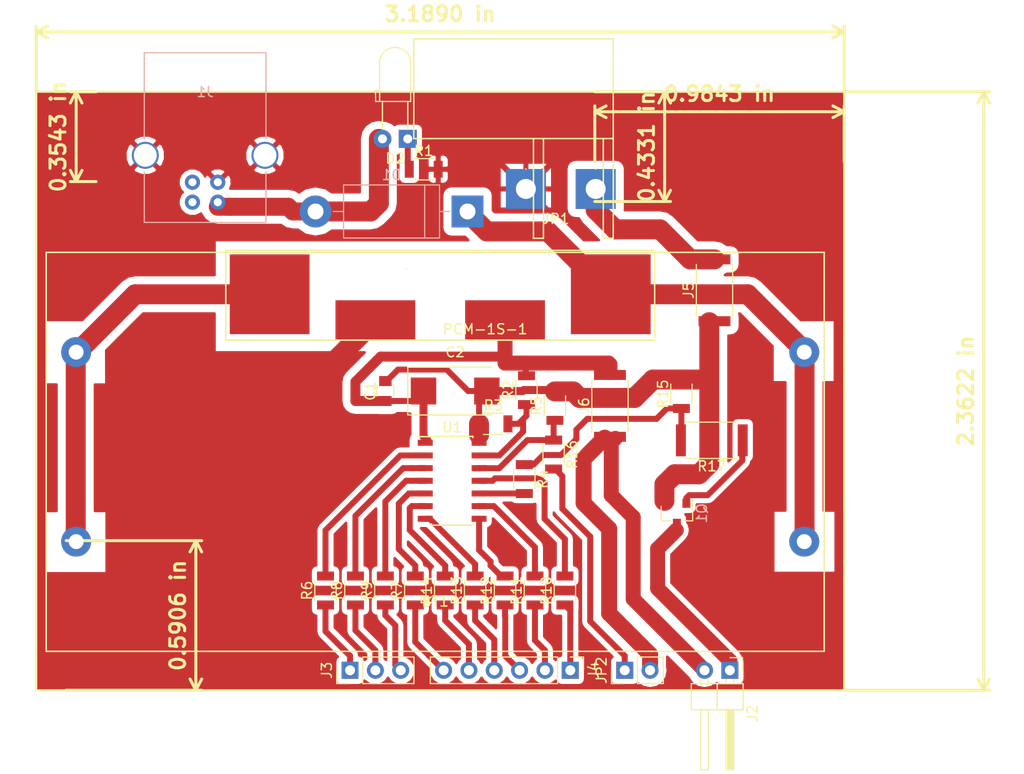
<source format=kicad_pcb>
(kicad_pcb (version 20170123) (host pcbnew "(2017-07-30 revision e10f0c7)-master")

  (general
    (thickness 1.6)
    (drawings 10)
    (tracks 205)
    (zones 0)
    (modules 33)
    (nets 35)
  )

  (page A4)
  (layers
    (0 F.Cu signal)
    (31 B.Cu signal)
    (32 B.Adhes user)
    (33 F.Adhes user)
    (34 B.Paste user)
    (35 F.Paste user)
    (36 B.SilkS user)
    (37 F.SilkS user)
    (38 B.Mask user)
    (39 F.Mask user)
    (40 Dwgs.User user)
    (41 Cmts.User user)
    (42 Eco1.User user)
    (43 Eco2.User user)
    (44 Edge.Cuts user)
    (45 Margin user)
    (46 B.CrtYd user)
    (47 F.CrtYd user)
    (48 B.Fab user)
    (49 F.Fab user)
  )

  (setup
    (last_trace_width 0.6)
    (trace_clearance 0)
    (zone_clearance 0.508)
    (zone_45_only no)
    (trace_min 0.3)
    (segment_width 0.2)
    (edge_width 0.15)
    (via_size 2)
    (via_drill 1.5)
    (via_min_size 0.5)
    (via_min_drill 0.5)
    (uvia_size 1.5)
    (uvia_drill 0.1)
    (uvias_allowed no)
    (uvia_min_size 0.2)
    (uvia_min_drill 0.1)
    (pcb_text_width 0.3)
    (pcb_text_size 1.5 1.5)
    (mod_edge_width 0.15)
    (mod_text_size 1 1)
    (mod_text_width 0.15)
    (pad_size 1.524 1.524)
    (pad_drill 0.762)
    (pad_to_mask_clearance 0.2)
    (aux_axis_origin 0 0)
    (visible_elements FFFFFF7F)
    (pcbplotparams
      (layerselection 0x00030_ffffffff)
      (usegerberextensions false)
      (excludeedgelayer true)
      (linewidth 0.100000)
      (plotframeref false)
      (viasonmask false)
      (mode 1)
      (useauxorigin false)
      (hpglpennumber 1)
      (hpglpenspeed 20)
      (hpglpendiameter 15)
      (psnegative false)
      (psa4output false)
      (plotreference true)
      (plotvalue true)
      (plotinvisibletext false)
      (padsonsilk false)
      (subtractmaskfromsilk false)
      (outputformat 1)
      (mirror false)
      (drillshape 1)
      (scaleselection 1)
      (outputdirectory ""))
  )

  (net 0 "")
  (net 1 "Net-(J1-Pad3)")
  (net 2 "Net-(J1-Pad2)")
  (net 3 GND)
  (net 4 +5V)
  (net 5 "Net-(BT1-Pad2)")
  (net 6 "Net-(BT1-Pad1)")
  (net 7 +4V)
  (net 8 "Net-(Q1-Pad1)")
  (net 9 "Net-(D2-Pad1)")
  (net 10 "Net-(R2-Pad1)")
  (net 11 "Net-(JP2-Pad1)")
  (net 12 "Net-(R6-Pad2)")
  (net 13 "Net-(R8-Pad2)")
  (net 14 "Net-(R9-Pad2)")
  (net 15 "Net-(J4-Pad1)")
  (net 16 "Net-(R10-Pad2)")
  (net 17 "Net-(J4-Pad2)")
  (net 18 "Net-(J4-Pad3)")
  (net 19 "Net-(J4-Pad4)")
  (net 20 "Net-(J4-Pad5)")
  (net 21 GNDA)
  (net 22 "Net-(R4-Pad2)")
  (net 23 /mosi)
  (net 24 /ss)
  (net 25 /miso)
  (net 26 /sck)
  (net 27 /reset)
  (net 28 "Net-(R15-Pad1)")
  (net 29 /pwr_btn)
  (net 30 /led.red)
  (net 31 "Net-(J4-Pad6)")
  (net 32 "Net-(J2-Pad1)")
  (net 33 "Net-(R14-Pad2)")
  (net 34 /led.green)

  (net_class Default "Это класс цепей по умолчанию."
    (clearance 0)
    (trace_width 0.6)
    (via_dia 2)
    (via_drill 1.5)
    (uvia_dia 1.5)
    (uvia_drill 0.1)
    (diff_pair_gap 0.25)
    (diff_pair_width 2)
    (add_net /led.green)
    (add_net /led.red)
    (add_net /miso)
    (add_net /mosi)
    (add_net /pwr_btn)
    (add_net /reset)
    (add_net /sck)
    (add_net /ss)
    (add_net GND)
    (add_net "Net-(D2-Pad1)")
    (add_net "Net-(J1-Pad2)")
    (add_net "Net-(J1-Pad3)")
    (add_net "Net-(J2-Pad1)")
    (add_net "Net-(J4-Pad1)")
    (add_net "Net-(J4-Pad2)")
    (add_net "Net-(J4-Pad3)")
    (add_net "Net-(J4-Pad4)")
    (add_net "Net-(J4-Pad5)")
    (add_net "Net-(J4-Pad6)")
    (add_net "Net-(JP2-Pad1)")
    (add_net "Net-(Q1-Pad1)")
    (add_net "Net-(R10-Pad2)")
    (add_net "Net-(R14-Pad2)")
    (add_net "Net-(R15-Pad1)")
    (add_net "Net-(R2-Pad1)")
    (add_net "Net-(R4-Pad2)")
    (add_net "Net-(R6-Pad2)")
    (add_net "Net-(R8-Pad2)")
    (add_net "Net-(R9-Pad2)")
  )

  (net_class power ""
    (clearance 0.8)
    (trace_width 2)
    (via_dia 2)
    (via_drill 1.5)
    (uvia_dia 1.5)
    (uvia_drill 0.1)
    (diff_pair_gap 0.25)
    (diff_pair_width 2)
    (add_net +4V)
    (add_net +5V)
    (add_net GNDA)
    (add_net "Net-(BT1-Pad1)")
    (add_net "Net-(BT1-Pad2)")
  )

  (module BH-18650-PC4:BH-18650-PC4 (layer F.Cu) (tedit 5988C3D0) (tstamp 5988E181)
    (at 225 61.1)
    (path /595FAB26)
    (fp_text reference BT1 (at 0 15) (layer F.SilkS)
      (effects (font (size 1 1) (thickness 0.15)))
    )
    (fp_text value Battery (at 0 -11) (layer F.Fab)
      (effects (font (size 1 1) (thickness 0.15)))
    )
    (fp_line (start -39 20) (end -39 -20) (layer F.SilkS) (width 0.15))
    (fp_line (start 39 20) (end -39 20) (layer F.SilkS) (width 0.15))
    (fp_line (start 39 20) (end 39 -16) (layer F.SilkS) (width 0.15))
    (fp_line (start -39 -20) (end -39 -20) (layer F.SilkS) (width 0.15))
    (fp_line (start 39 -20) (end -39 -20) (layer F.SilkS) (width 0.15))
    (fp_line (start 39 -16) (end 39 -20) (layer F.SilkS) (width 0.15))
    (pad 1 thru_hole circle (at 37 -10) (size 3 3) (drill 1.5) (layers *.Cu *.Mask)
      (net 6 "Net-(BT1-Pad1)"))
    (pad 1 thru_hole circle (at 37 9) (size 3 3) (drill 1.5) (layers *.Cu *.Mask)
      (net 6 "Net-(BT1-Pad1)"))
    (pad 2 thru_hole circle (at -36 9) (size 3 3) (drill 1.5) (layers *.Cu *.Mask)
      (net 5 "Net-(BT1-Pad2)"))
    (pad 2 thru_hole circle (at -36 -10) (size 3 3) (drill 1.5) (layers *.Cu *.Mask)
      (net 5 "Net-(BT1-Pad2)"))
  )

  (module Resistors_SMD:R_1206 (layer F.Cu) (tedit 58E0A804) (tstamp 59838DD0)
    (at 237 56.49 90)
    (descr "Resistor SMD 1206, reflow soldering, Vishay (see dcrcw.pdf)")
    (tags "resistor 1206")
    (path /5980B68F)
    (attr smd)
    (fp_text reference R5 (at 0 -1.85 90) (layer F.SilkS)
      (effects (font (size 1 1) (thickness 0.15)))
    )
    (fp_text value 47K (at 0 1.95 90) (layer F.Fab)
      (effects (font (size 1 1) (thickness 0.15)))
    )
    (fp_line (start 2.15 1.1) (end -2.15 1.1) (layer F.CrtYd) (width 0.05))
    (fp_line (start 2.15 1.1) (end 2.15 -1.11) (layer F.CrtYd) (width 0.05))
    (fp_line (start -2.15 -1.11) (end -2.15 1.1) (layer F.CrtYd) (width 0.05))
    (fp_line (start -2.15 -1.11) (end 2.15 -1.11) (layer F.CrtYd) (width 0.05))
    (fp_line (start -1 -1.07) (end 1 -1.07) (layer F.SilkS) (width 0.12))
    (fp_line (start 1 1.07) (end -1 1.07) (layer F.SilkS) (width 0.12))
    (fp_line (start -1.6 -0.8) (end 1.6 -0.8) (layer F.Fab) (width 0.1))
    (fp_line (start 1.6 -0.8) (end 1.6 0.8) (layer F.Fab) (width 0.1))
    (fp_line (start 1.6 0.8) (end -1.6 0.8) (layer F.Fab) (width 0.1))
    (fp_line (start -1.6 0.8) (end -1.6 -0.8) (layer F.Fab) (width 0.1))
    (fp_text user %R (at 0 0 90) (layer F.Fab)
      (effects (font (size 0.7 0.7) (thickness 0.105)))
    )
    (pad 2 smd rect (at 1.45 0 90) (size 0.9 1.7) (layers F.Cu F.Paste F.Mask)
      (net 21 GNDA))
    (pad 1 smd rect (at -1.45 0 90) (size 0.9 1.7) (layers F.Cu F.Paste F.Mask)
      (net 29 /pwr_btn))
    (model ${KISYS3DMOD}/Resistors_SMD.3dshapes/R_1206.wrl
      (at (xyz 0 0 0))
      (scale (xyz 1 1 1))
      (rotate (xyz 0 0 0))
    )
  )

  (module Resistors_SMD:R_1206 (layer F.Cu) (tedit 59876CAB) (tstamp 59878DD5)
    (at 236.87 61.37 270)
    (descr "Resistor SMD 1206, reflow soldering, Vishay (see dcrcw.pdf)")
    (tags "resistor 1206")
    (path /59842652)
    (attr smd)
    (fp_text reference R16 (at 0 -1.85 270) (layer F.SilkS)
      (effects (font (size 1 1) (thickness 0.15)))
    )
    (fp_text value 0 (at 0 1.95 270) (layer F.Fab)
      (effects (font (size 1 1) (thickness 0.15)))
    )
    (fp_line (start 2.15 1.1) (end -2.15 1.1) (layer F.CrtYd) (width 0.05))
    (fp_line (start 2.15 1.1) (end 2.15 -1.11) (layer F.CrtYd) (width 0.05))
    (fp_line (start -2.15 -1.11) (end -2.15 1.1) (layer F.CrtYd) (width 0.05))
    (fp_line (start -2.15 -1.11) (end 2.15 -1.11) (layer F.CrtYd) (width 0.05))
    (fp_line (start -1 -1.07) (end 1 -1.07) (layer F.SilkS) (width 0.12))
    (fp_line (start 1 1.07) (end -1 1.07) (layer F.SilkS) (width 0.12))
    (fp_line (start -1.6 -0.8) (end 1.6 -0.8) (layer F.Fab) (width 0.1))
    (fp_line (start 1.6 -0.8) (end 1.6 0.8) (layer F.Fab) (width 0.1))
    (fp_line (start 1.6 0.8) (end -1.6 0.8) (layer F.Fab) (width 0.1))
    (fp_line (start -1.6 0.8) (end -1.6 -0.8) (layer F.Fab) (width 0.1))
    (fp_text user %R (at 0 0 270) (layer F.Fab)
      (effects (font (size 0.7 0.7) (thickness 0.105)))
    )
    (pad 2 smd rect (at 1.45 0 270) (size 0.9 1.7) (layers F.Cu F.Paste F.Mask)
      (net 11 "Net-(JP2-Pad1)"))
    (pad 1 smd rect (at -1.45 0 270) (size 0.9 1.7) (layers F.Cu F.Paste F.Mask)
      (net 29 /pwr_btn))
    (model ${KISYS3DMOD}/Resistors_SMD.3dshapes/R_1206.wrl
      (at (xyz 0 0 0))
      (scale (xyz 1 1 1))
      (rotate (xyz 0 0 0))
    )
  )

  (module Daier_KCD1_switch:Daier_KCD1 (layer F.Cu) (tedit 59878713) (tstamp 59883862)
    (at 237.09 34.74)
    (path /598783B3)
    (fp_text reference JP1 (at 0 3) (layer F.SilkS)
      (effects (font (size 1 1) (thickness 0.15)))
    )
    (fp_text value DAIER-KCD1 (at 0 -3) (layer F.Fab)
      (effects (font (size 1 1) (thickness 0.15)))
    )
    (fp_line (start 5.760409 -15.051271) (end -14.239591 -15.051271) (layer F.SilkS) (width 0.15))
    (fp_line (start -14.239591 -15.051271) (end -14.239591 -5.051271) (layer F.SilkS) (width 0.15))
    (fp_line (start -14.239591 -5.051271) (end 5.760409 -5.051271) (layer F.SilkS) (width 0.15))
    (fp_line (start 5.760409 -5.051271) (end 5.760409 -15.051271) (layer F.SilkS) (width 0.15))
    (fp_line (start -15 8) (end -15 8) (layer F.SilkS) (width 0.15))
    (fp_line (start -2.239591 -5.051271) (end -2.239591 4.948729) (layer F.SilkS) (width 0.15))
    (fp_line (start -2.239591 4.948729) (end -1.239591 4.948729) (layer F.SilkS) (width 0.15))
    (fp_line (start -1.239591 4.948729) (end -1.239591 -5.051271) (layer F.SilkS) (width 0.15))
    (fp_line (start 4 -2) (end 4 -2) (layer F.SilkS) (width 0.15))
    (fp_line (start 4.760409 -5.051271) (end 4.760409 4.948729) (layer F.SilkS) (width 0.15))
    (fp_line (start 4.760409 4.948729) (end 5.760409 4.948729) (layer F.SilkS) (width 0.15))
    (fp_line (start 5.760409 4.948729) (end 5.760409 -5.051271) (layer F.SilkS) (width 0.15))
    (fp_line (start -3 -2) (end -3 -2) (layer F.SilkS) (width 0.15))
    (pad 2 thru_hole trapezoid (at -3 0) (size 4 4) (drill 2) (layers *.Cu *.Mask)
      (net 3 GND))
    (pad 1 thru_hole trapezoid (at 4 0) (size 4 4) (drill 2) (layers *.Cu *.Mask)
      (net 21 GNDA))
  )

  (module Pin_Headers:Pin_Header_Angled_1x02_Pitch2.54mm (layer F.Cu) (tedit 58CD4EC1) (tstamp 596080F4)
    (at 254.54 83 270)
    (descr "Through hole angled pin header, 1x02, 2.54mm pitch, 6mm pin length, single row")
    (tags "Through hole angled pin header THT 1x02 2.54mm single row")
    (path /595F9E1D)
    (fp_text reference J2 (at 4.315 -2.27 270) (layer F.SilkS)
      (effects (font (size 1 1) (thickness 0.15)))
    )
    (fp_text value VOUT (at 4.315 4.81 270) (layer F.Fab)
      (effects (font (size 1 1) (thickness 0.15)))
    )
    (fp_text user %R (at 4.315 -2.27 270) (layer F.Fab)
      (effects (font (size 1 1) (thickness 0.15)))
    )
    (fp_line (start 10.4 -1.8) (end -1.8 -1.8) (layer F.CrtYd) (width 0.05))
    (fp_line (start 10.4 4.35) (end 10.4 -1.8) (layer F.CrtYd) (width 0.05))
    (fp_line (start -1.8 4.35) (end 10.4 4.35) (layer F.CrtYd) (width 0.05))
    (fp_line (start -1.8 -1.8) (end -1.8 4.35) (layer F.CrtYd) (width 0.05))
    (fp_line (start -1.27 -1.27) (end 0 -1.27) (layer F.SilkS) (width 0.12))
    (fp_line (start -1.27 0) (end -1.27 -1.27) (layer F.SilkS) (width 0.12))
    (fp_line (start 0.91 2.92) (end 1.34 2.92) (layer F.SilkS) (width 0.12))
    (fp_line (start 0.91 2.16) (end 1.34 2.16) (layer F.SilkS) (width 0.12))
    (fp_line (start 9.96 2.16) (end 3.96 2.16) (layer F.SilkS) (width 0.12))
    (fp_line (start 9.96 2.92) (end 9.96 2.16) (layer F.SilkS) (width 0.12))
    (fp_line (start 3.96 2.92) (end 9.96 2.92) (layer F.SilkS) (width 0.12))
    (fp_line (start 3.96 2.16) (end 3.96 2.92) (layer F.SilkS) (width 0.12))
    (fp_line (start 3.96 1.27) (end 1.34 1.27) (layer F.SilkS) (width 0.12))
    (fp_line (start 3.96 3.87) (end 3.96 1.27) (layer F.SilkS) (width 0.12))
    (fp_line (start 1.34 3.87) (end 3.96 3.87) (layer F.SilkS) (width 0.12))
    (fp_line (start 1.34 1.27) (end 1.34 3.87) (layer F.SilkS) (width 0.12))
    (fp_line (start 3.96 0.34) (end 9.96 0.34) (layer F.SilkS) (width 0.12))
    (fp_line (start 3.96 0.22) (end 9.96 0.22) (layer F.SilkS) (width 0.12))
    (fp_line (start 3.96 0.1) (end 9.96 0.1) (layer F.SilkS) (width 0.12))
    (fp_line (start 3.96 -0.02) (end 9.96 -0.02) (layer F.SilkS) (width 0.12))
    (fp_line (start 3.96 -0.14) (end 9.96 -0.14) (layer F.SilkS) (width 0.12))
    (fp_line (start 3.96 -0.26) (end 9.96 -0.26) (layer F.SilkS) (width 0.12))
    (fp_line (start 0.91 0.38) (end 1.34 0.38) (layer F.SilkS) (width 0.12))
    (fp_line (start 0.91 -0.38) (end 1.34 -0.38) (layer F.SilkS) (width 0.12))
    (fp_line (start 9.96 -0.38) (end 3.96 -0.38) (layer F.SilkS) (width 0.12))
    (fp_line (start 9.96 0.38) (end 9.96 -0.38) (layer F.SilkS) (width 0.12))
    (fp_line (start 3.96 0.38) (end 9.96 0.38) (layer F.SilkS) (width 0.12))
    (fp_line (start 3.96 -0.38) (end 3.96 0.38) (layer F.SilkS) (width 0.12))
    (fp_line (start 3.96 -1.33) (end 1.34 -1.33) (layer F.SilkS) (width 0.12))
    (fp_line (start 3.96 1.27) (end 3.96 -1.33) (layer F.SilkS) (width 0.12))
    (fp_line (start 1.34 1.27) (end 3.96 1.27) (layer F.SilkS) (width 0.12))
    (fp_line (start 1.34 -1.33) (end 1.34 1.27) (layer F.SilkS) (width 0.12))
    (fp_line (start 9.9 2.22) (end 0 2.22) (layer F.Fab) (width 0.1))
    (fp_line (start 9.9 2.86) (end 9.9 2.22) (layer F.Fab) (width 0.1))
    (fp_line (start 0 2.86) (end 9.9 2.86) (layer F.Fab) (width 0.1))
    (fp_line (start 0 2.22) (end 0 2.86) (layer F.Fab) (width 0.1))
    (fp_line (start 3.9 1.27) (end 1.4 1.27) (layer F.Fab) (width 0.1))
    (fp_line (start 3.9 3.81) (end 3.9 1.27) (layer F.Fab) (width 0.1))
    (fp_line (start 1.4 3.81) (end 3.9 3.81) (layer F.Fab) (width 0.1))
    (fp_line (start 1.4 1.27) (end 1.4 3.81) (layer F.Fab) (width 0.1))
    (fp_line (start 9.9 -0.32) (end 0 -0.32) (layer F.Fab) (width 0.1))
    (fp_line (start 9.9 0.32) (end 9.9 -0.32) (layer F.Fab) (width 0.1))
    (fp_line (start 0 0.32) (end 9.9 0.32) (layer F.Fab) (width 0.1))
    (fp_line (start 0 -0.32) (end 0 0.32) (layer F.Fab) (width 0.1))
    (fp_line (start 3.9 -1.27) (end 1.4 -1.27) (layer F.Fab) (width 0.1))
    (fp_line (start 3.9 1.27) (end 3.9 -1.27) (layer F.Fab) (width 0.1))
    (fp_line (start 1.4 1.27) (end 3.9 1.27) (layer F.Fab) (width 0.1))
    (fp_line (start 1.4 -1.27) (end 1.4 1.27) (layer F.Fab) (width 0.1))
    (pad 2 thru_hole oval (at 0 2.54 270) (size 1.7 1.7) (drill 1) (layers *.Cu *.Mask)
      (net 7 +4V))
    (pad 1 thru_hole rect (at 0 0 270) (size 1.7 1.7) (drill 1) (layers *.Cu *.Mask)
      (net 32 "Net-(J2-Pad1)"))
    (model ${KISYS3DMOD}/Pin_Headers.3dshapes/Pin_Header_Angled_1x02_Pitch2.54mm.wrl
      (at (xyz 0 -0.05 0))
      (scale (xyz 1 1 1))
      (rotate (xyz 0 0 90))
    )
  )

  (module XZD-YH10A-1:XZD-YH10A-1 (layer F.Cu) (tedit 598421C0) (tstamp 59838C95)
    (at 226 44.9)
    (path /595F384C)
    (fp_text reference PCM-1S-1 (at 4 3.9) (layer F.SilkS)
      (effects (font (size 1 1) (thickness 0.15)))
    )
    (fp_text value XZD-YH10A-1 (at -6.4 3.9) (layer F.Fab)
      (effects (font (size 1 1) (thickness 0.15)))
    )
    (fp_line (start -22 -4) (end 21 -4) (layer F.SilkS) (width 0.15))
    (fp_line (start -22 -4) (end -22 -4) (layer F.SilkS) (width 0.15))
    (fp_line (start -22 -4) (end -22 5) (layer F.SilkS) (width 0.15))
    (fp_line (start -22 5) (end 21 5) (layer F.SilkS) (width 0.15))
    (fp_line (start 21 5) (end 21 5) (layer F.SilkS) (width 0.15))
    (fp_line (start 21 -4) (end 21 5) (layer F.SilkS) (width 0.15))
    (fp_line (start 21 5) (end 21 5) (layer F.SilkS) (width 0.15))
    (pad 3 smd trapezoid (at -17.6 0.4) (size 8 8) (layers F.Cu F.Paste F.Mask)
      (net 5 "Net-(BT1-Pad2)"))
    (pad 4 smd trapezoid (at 16.6 0.4) (size 8 8) (layers F.Cu F.Paste F.Mask)
      (net 6 "Net-(BT1-Pad1)"))
    (pad 1 smd trapezoid (at 6 3) (size 8 4) (layers F.Cu F.Paste F.Mask)
      (net 7 +4V))
    (pad 2 smd trapezoid (at -7 3) (size 8 4) (layers F.Cu F.Paste F.Mask)
      (net 3 GND))
  )

  (module Resistors_SMD:R_2512 (layer F.Cu) (tedit 58E0A804) (tstamp 59885DB5)
    (at 252.73 59.944 180)
    (descr "Resistor SMD 2512, reflow soldering, Vishay (see dcrcw.pdf)")
    (tags "resistor 2512")
    (path /598449E9)
    (attr smd)
    (fp_text reference R17 (at 0 -2.6 180) (layer F.SilkS)
      (effects (font (size 1 1) (thickness 0.15)))
    )
    (fp_text value 0 (at 0 2.75 180) (layer F.Fab)
      (effects (font (size 1 1) (thickness 0.15)))
    )
    (fp_line (start 3.85 1.85) (end -3.85 1.85) (layer F.CrtYd) (width 0.05))
    (fp_line (start 3.85 1.85) (end 3.85 -1.85) (layer F.CrtYd) (width 0.05))
    (fp_line (start -3.85 -1.85) (end -3.85 1.85) (layer F.CrtYd) (width 0.05))
    (fp_line (start -3.85 -1.85) (end 3.85 -1.85) (layer F.CrtYd) (width 0.05))
    (fp_line (start -2.6 -1.82) (end 2.6 -1.82) (layer F.SilkS) (width 0.12))
    (fp_line (start 2.6 1.82) (end -2.6 1.82) (layer F.SilkS) (width 0.12))
    (fp_line (start -3.15 -1.6) (end 3.15 -1.6) (layer F.Fab) (width 0.1))
    (fp_line (start 3.15 -1.6) (end 3.15 1.6) (layer F.Fab) (width 0.1))
    (fp_line (start 3.15 1.6) (end -3.15 1.6) (layer F.Fab) (width 0.1))
    (fp_line (start -3.15 1.6) (end -3.15 -1.6) (layer F.Fab) (width 0.1))
    (fp_text user %R (at 0 0 180) (layer F.Fab)
      (effects (font (size 1 1) (thickness 0.15)))
    )
    (pad 2 smd rect (at 3.1 0 180) (size 1 3.2) (layers F.Cu F.Paste F.Mask)
      (net 28 "Net-(R15-Pad1)"))
    (pad 1 smd rect (at -3.1 0 180) (size 1 3.2) (layers F.Cu F.Paste F.Mask)
      (net 8 "Net-(Q1-Pad1)"))
    (model ${KISYS3DMOD}/Resistors_SMD.3dshapes/R_2512.wrl
      (at (xyz 0 0 0))
      (scale (xyz 1 1 1))
      (rotate (xyz 0 0 0))
    )
  )

  (module Resistors_SMD:R_2512 (layer F.Cu) (tedit 58E0A804) (tstamp 5987A534)
    (at 242.52 56.49 90)
    (descr "Resistor SMD 2512, reflow soldering, Vishay (see dcrcw.pdf)")
    (tags "resistor 2512")
    (path /59843A8D)
    (attr smd)
    (fp_text reference J6 (at 0 -2.6 90) (layer F.SilkS)
      (effects (font (size 1 1) (thickness 0.15)))
    )
    (fp_text value CONN_01X02 (at 0 2.75 90) (layer F.Fab)
      (effects (font (size 1 1) (thickness 0.15)))
    )
    (fp_line (start 3.85 1.85) (end -3.85 1.85) (layer F.CrtYd) (width 0.05))
    (fp_line (start 3.85 1.85) (end 3.85 -1.85) (layer F.CrtYd) (width 0.05))
    (fp_line (start -3.85 -1.85) (end -3.85 1.85) (layer F.CrtYd) (width 0.05))
    (fp_line (start -3.85 -1.85) (end 3.85 -1.85) (layer F.CrtYd) (width 0.05))
    (fp_line (start -2.6 -1.82) (end 2.6 -1.82) (layer F.SilkS) (width 0.12))
    (fp_line (start 2.6 1.82) (end -2.6 1.82) (layer F.SilkS) (width 0.12))
    (fp_line (start -3.15 -1.6) (end 3.15 -1.6) (layer F.Fab) (width 0.1))
    (fp_line (start 3.15 -1.6) (end 3.15 1.6) (layer F.Fab) (width 0.1))
    (fp_line (start 3.15 1.6) (end -3.15 1.6) (layer F.Fab) (width 0.1))
    (fp_line (start -3.15 1.6) (end -3.15 -1.6) (layer F.Fab) (width 0.1))
    (fp_text user %R (at 0 0 90) (layer F.Fab)
      (effects (font (size 1 1) (thickness 0.15)))
    )
    (pad 2 smd rect (at 3.1 0 90) (size 1 3.2) (layers F.Cu F.Paste F.Mask)
      (net 7 +4V))
    (pad 1 smd rect (at -3.1 0 90) (size 1 3.2) (layers F.Cu F.Paste F.Mask)
      (net 7 +4V))
    (model ${KISYS3DMOD}/Resistors_SMD.3dshapes/R_2512.wrl
      (at (xyz 0 0 0))
      (scale (xyz 1 1 1))
      (rotate (xyz 0 0 0))
    )
  )

  (module Resistors_SMD:R_2512 (layer F.Cu) (tedit 59877051) (tstamp 5986E2E4)
    (at 253 44.9 90)
    (descr "Resistor SMD 2512, reflow soldering, Vishay (see dcrcw.pdf)")
    (tags "resistor 2512")
    (path /59841BA6)
    (attr smd)
    (fp_text reference J5 (at 0 -2.6 90) (layer F.SilkS)
      (effects (font (size 1 1) (thickness 0.15)))
    )
    (fp_text value CONN_01X02 (at 0 2.75 90) (layer F.Fab)
      (effects (font (size 1 1) (thickness 0.15)))
    )
    (fp_line (start 3.85 1.85) (end -3.85 1.85) (layer F.CrtYd) (width 0.05))
    (fp_line (start 3.85 1.85) (end 3.85 -1.85) (layer F.CrtYd) (width 0.05))
    (fp_line (start -3.85 -1.85) (end -3.85 1.85) (layer F.CrtYd) (width 0.05))
    (fp_line (start -3.85 -1.85) (end 3.85 -1.85) (layer F.CrtYd) (width 0.05))
    (fp_line (start -2.6 -1.82) (end 2.6 -1.82) (layer F.SilkS) (width 0.12))
    (fp_line (start 2.6 1.82) (end -2.6 1.82) (layer F.SilkS) (width 0.12))
    (fp_line (start -3.15 -1.6) (end 3.15 -1.6) (layer F.Fab) (width 0.1))
    (fp_line (start 3.15 -1.6) (end 3.15 1.6) (layer F.Fab) (width 0.1))
    (fp_line (start 3.15 1.6) (end -3.15 1.6) (layer F.Fab) (width 0.1))
    (fp_line (start -3.15 1.6) (end -3.15 -1.6) (layer F.Fab) (width 0.1))
    (fp_text user %R (at 0 0 90) (layer F.Fab)
      (effects (font (size 1 1) (thickness 0.15)))
    )
    (pad 2 smd rect (at 3.1 0 90) (size 1 3.2) (layers F.Cu F.Paste F.Mask)
      (net 21 GNDA))
    (pad 1 smd rect (at -3.1 0 90) (size 1 3.2) (layers F.Cu F.Paste F.Mask)
      (net 21 GNDA))
    (model ${KISYS3DMOD}/Resistors_SMD.3dshapes/R_2512.wrl
      (at (xyz 0 0 0))
      (scale (xyz 1 1 1))
      (rotate (xyz 0 0 0))
    )
  )

  (module Resistors_SMD:R_1206 (layer F.Cu) (tedit 58E0A804) (tstamp 59838D3D)
    (at 234.15 54.91 90)
    (descr "Resistor SMD 1206, reflow soldering, Vishay (see dcrcw.pdf)")
    (tags "resistor 1206")
    (path /59809AC6)
    (attr smd)
    (fp_text reference R2 (at 0 -1.85 90) (layer F.SilkS)
      (effects (font (size 1 1) (thickness 0.15)))
    )
    (fp_text value 1.5K (at 0 1.95 90) (layer F.Fab)
      (effects (font (size 1 1) (thickness 0.15)))
    )
    (fp_text user %R (at 0 0 90) (layer F.Fab)
      (effects (font (size 0.7 0.7) (thickness 0.105)))
    )
    (fp_line (start -1.6 0.8) (end -1.6 -0.8) (layer F.Fab) (width 0.1))
    (fp_line (start 1.6 0.8) (end -1.6 0.8) (layer F.Fab) (width 0.1))
    (fp_line (start 1.6 -0.8) (end 1.6 0.8) (layer F.Fab) (width 0.1))
    (fp_line (start -1.6 -0.8) (end 1.6 -0.8) (layer F.Fab) (width 0.1))
    (fp_line (start 1 1.07) (end -1 1.07) (layer F.SilkS) (width 0.12))
    (fp_line (start -1 -1.07) (end 1 -1.07) (layer F.SilkS) (width 0.12))
    (fp_line (start -2.15 -1.11) (end 2.15 -1.11) (layer F.CrtYd) (width 0.05))
    (fp_line (start -2.15 -1.11) (end -2.15 1.1) (layer F.CrtYd) (width 0.05))
    (fp_line (start 2.15 1.1) (end 2.15 -1.11) (layer F.CrtYd) (width 0.05))
    (fp_line (start 2.15 1.1) (end -2.15 1.1) (layer F.CrtYd) (width 0.05))
    (pad 1 smd rect (at -1.45 0 90) (size 0.9 1.7) (layers F.Cu F.Paste F.Mask)
      (net 10 "Net-(R2-Pad1)"))
    (pad 2 smd rect (at 1.45 0 90) (size 0.9 1.7) (layers F.Cu F.Paste F.Mask)
      (net 7 +4V))
    (model ${KISYS3DMOD}/Resistors_SMD.3dshapes/R_1206.wrl
      (at (xyz 0 0 0))
      (scale (xyz 1 1 1))
      (rotate (xyz 0 0 0))
    )
  )

  (module Housings_SOIC:SOIC-14_3.9x8.7mm_Pitch1.27mm (layer F.Cu) (tedit 58CC8F64) (tstamp 59839186)
    (at 226.7 64)
    (descr "14-Lead Plastic Small Outline (SL) - Narrow, 3.90 mm Body [SOIC] (see Microchip Packaging Specification 00000049BS.pdf)")
    (tags "SOIC 1.27")
    (path /5980874A)
    (attr smd)
    (fp_text reference U1 (at 0 -5.375) (layer F.SilkS)
      (effects (font (size 1 1) (thickness 0.15)))
    )
    (fp_text value ATTINY24A-SSU (at 0 5.375) (layer F.Fab)
      (effects (font (size 1 1) (thickness 0.15)))
    )
    (fp_line (start -2.075 -4.425) (end -3.45 -4.425) (layer F.SilkS) (width 0.15))
    (fp_line (start -2.075 4.45) (end 2.075 4.45) (layer F.SilkS) (width 0.15))
    (fp_line (start -2.075 -4.45) (end 2.075 -4.45) (layer F.SilkS) (width 0.15))
    (fp_line (start -2.075 4.45) (end -2.075 4.335) (layer F.SilkS) (width 0.15))
    (fp_line (start 2.075 4.45) (end 2.075 4.335) (layer F.SilkS) (width 0.15))
    (fp_line (start 2.075 -4.45) (end 2.075 -4.335) (layer F.SilkS) (width 0.15))
    (fp_line (start -2.075 -4.45) (end -2.075 -4.425) (layer F.SilkS) (width 0.15))
    (fp_line (start -3.7 4.65) (end 3.7 4.65) (layer F.CrtYd) (width 0.05))
    (fp_line (start -3.7 -4.65) (end 3.7 -4.65) (layer F.CrtYd) (width 0.05))
    (fp_line (start 3.7 -4.65) (end 3.7 4.65) (layer F.CrtYd) (width 0.05))
    (fp_line (start -3.7 -4.65) (end -3.7 4.65) (layer F.CrtYd) (width 0.05))
    (fp_line (start -1.95 -3.35) (end -0.95 -4.35) (layer F.Fab) (width 0.15))
    (fp_line (start -1.95 4.35) (end -1.95 -3.35) (layer F.Fab) (width 0.15))
    (fp_line (start 1.95 4.35) (end -1.95 4.35) (layer F.Fab) (width 0.15))
    (fp_line (start 1.95 -4.35) (end 1.95 4.35) (layer F.Fab) (width 0.15))
    (fp_line (start -0.95 -4.35) (end 1.95 -4.35) (layer F.Fab) (width 0.15))
    (fp_text user %R (at 0 0) (layer F.Fab)
      (effects (font (size 0.9 0.9) (thickness 0.135)))
    )
    (pad 14 smd rect (at 2.7 -3.81) (size 1.5 0.6) (layers F.Cu F.Paste F.Mask)
      (net 21 GNDA))
    (pad 13 smd rect (at 2.7 -2.54) (size 1.5 0.6) (layers F.Cu F.Paste F.Mask)
      (net 10 "Net-(R2-Pad1)"))
    (pad 12 smd rect (at 2.7 -1.27) (size 1.5 0.6) (layers F.Cu F.Paste F.Mask)
      (net 29 /pwr_btn))
    (pad 11 smd rect (at 2.7 0) (size 1.5 0.6) (layers F.Cu F.Paste F.Mask)
      (net 16 "Net-(R10-Pad2)"))
    (pad 10 smd rect (at 2.7 1.27) (size 1.5 0.6) (layers F.Cu F.Paste F.Mask)
      (net 22 "Net-(R4-Pad2)"))
    (pad 9 smd rect (at 2.7 2.54) (size 1.5 0.6) (layers F.Cu F.Paste F.Mask)
      (net 26 /sck))
    (pad 8 smd rect (at 2.7 3.81) (size 1.5 0.6) (layers F.Cu F.Paste F.Mask)
      (net 25 /miso))
    (pad 7 smd rect (at -2.7 3.81) (size 1.5 0.6) (layers F.Cu F.Paste F.Mask)
      (net 23 /mosi))
    (pad 6 smd rect (at -2.7 2.54) (size 1.5 0.6) (layers F.Cu F.Paste F.Mask)
      (net 33 "Net-(R14-Pad2)"))
    (pad 5 smd rect (at -2.7 1.27) (size 1.5 0.6) (layers F.Cu F.Paste F.Mask)
      (net 24 /ss))
    (pad 4 smd rect (at -2.7 0) (size 1.5 0.6) (layers F.Cu F.Paste F.Mask)
      (net 14 "Net-(R9-Pad2)"))
    (pad 3 smd rect (at -2.7 -1.27) (size 1.5 0.6) (layers F.Cu F.Paste F.Mask)
      (net 13 "Net-(R8-Pad2)"))
    (pad 2 smd rect (at -2.7 -2.54) (size 1.5 0.6) (layers F.Cu F.Paste F.Mask)
      (net 12 "Net-(R6-Pad2)"))
    (pad 1 smd rect (at -2.7 -3.81) (size 1.5 0.6) (layers F.Cu F.Paste F.Mask)
      (net 7 +4V))
    (model ${KISYS3DMOD}/Housings_SOIC.3dshapes/SOIC-14_3.9x8.7mm_Pitch1.27mm.wrl
      (at (xyz 0 0 0))
      (scale (xyz 1 1 1))
      (rotate (xyz 0 0 0))
    )
  )

  (module Capacitors_Tantalum_SMD:CP_Tantalum_Case-D_EIA-7343-31_Reflow (layer F.Cu) (tedit 58CC8C08) (tstamp 5983E001)
    (at 227 55)
    (descr "Tantalum capacitor, Case D, EIA 7343-31, 7.3x4.3x2.8mm, Reflow soldering footprint")
    (tags "capacitor tantalum smd")
    (path /59809263)
    (attr smd)
    (fp_text reference C2 (at 0 -3.9) (layer F.SilkS)
      (effects (font (size 1 1) (thickness 0.15)))
    )
    (fp_text value 4.7uF (at 0 3.9) (layer F.Fab)
      (effects (font (size 1 1) (thickness 0.15)))
    )
    (fp_line (start -4.75 -2.4) (end -4.75 2.4) (layer F.SilkS) (width 0.12))
    (fp_line (start -4.75 2.4) (end 3.65 2.4) (layer F.SilkS) (width 0.12))
    (fp_line (start -4.75 -2.4) (end 3.65 -2.4) (layer F.SilkS) (width 0.12))
    (fp_line (start -2.555 -2.15) (end -2.555 2.15) (layer F.Fab) (width 0.1))
    (fp_line (start -2.92 -2.15) (end -2.92 2.15) (layer F.Fab) (width 0.1))
    (fp_line (start 3.65 -2.15) (end -3.65 -2.15) (layer F.Fab) (width 0.1))
    (fp_line (start 3.65 2.15) (end 3.65 -2.15) (layer F.Fab) (width 0.1))
    (fp_line (start -3.65 2.15) (end 3.65 2.15) (layer F.Fab) (width 0.1))
    (fp_line (start -3.65 -2.15) (end -3.65 2.15) (layer F.Fab) (width 0.1))
    (fp_line (start 4.85 -2.5) (end -4.85 -2.5) (layer F.CrtYd) (width 0.05))
    (fp_line (start 4.85 2.5) (end 4.85 -2.5) (layer F.CrtYd) (width 0.05))
    (fp_line (start -4.85 2.5) (end 4.85 2.5) (layer F.CrtYd) (width 0.05))
    (fp_line (start -4.85 -2.5) (end -4.85 2.5) (layer F.CrtYd) (width 0.05))
    (fp_text user %R (at 0 0) (layer F.Fab)
      (effects (font (size 1 1) (thickness 0.15)))
    )
    (pad 2 smd rect (at 3.175 0) (size 2.55 2.7) (layers F.Cu F.Paste F.Mask)
      (net 21 GNDA))
    (pad 1 smd rect (at -3.175 0) (size 2.55 2.7) (layers F.Cu F.Paste F.Mask)
      (net 7 +4V))
    (model Capacitors_Tantalum_SMD.3dshapes/CP_Tantalum_Case-D_EIA-7343-31.wrl
      (at (xyz 0 0 0))
      (scale (xyz 1 1 1))
      (rotate (xyz 0 0 0))
    )
  )

  (module Capacitors_SMD:C_0805 (layer F.Cu) (tedit 58AA8463) (tstamp 5984B800)
    (at 220 55 90)
    (descr "Capacitor SMD 0805, reflow soldering, AVX (see smccp.pdf)")
    (tags "capacitor 0805")
    (path /59809143)
    (attr smd)
    (fp_text reference C1 (at 0 -1.5 90) (layer F.SilkS)
      (effects (font (size 1 1) (thickness 0.15)))
    )
    (fp_text value 0.1uF (at 0 1.75 90) (layer F.Fab)
      (effects (font (size 1 1) (thickness 0.15)))
    )
    (fp_line (start 1.75 0.87) (end -1.75 0.87) (layer F.CrtYd) (width 0.05))
    (fp_line (start 1.75 0.87) (end 1.75 -0.88) (layer F.CrtYd) (width 0.05))
    (fp_line (start -1.75 -0.88) (end -1.75 0.87) (layer F.CrtYd) (width 0.05))
    (fp_line (start -1.75 -0.88) (end 1.75 -0.88) (layer F.CrtYd) (width 0.05))
    (fp_line (start -0.5 0.85) (end 0.5 0.85) (layer F.SilkS) (width 0.12))
    (fp_line (start 0.5 -0.85) (end -0.5 -0.85) (layer F.SilkS) (width 0.12))
    (fp_line (start -1 -0.62) (end 1 -0.62) (layer F.Fab) (width 0.1))
    (fp_line (start 1 -0.62) (end 1 0.62) (layer F.Fab) (width 0.1))
    (fp_line (start 1 0.62) (end -1 0.62) (layer F.Fab) (width 0.1))
    (fp_line (start -1 0.62) (end -1 -0.62) (layer F.Fab) (width 0.1))
    (fp_text user %R (at 0 -1.5 90) (layer F.Fab)
      (effects (font (size 1 1) (thickness 0.15)))
    )
    (pad 2 smd rect (at 1 0 90) (size 1 1.25) (layers F.Cu F.Paste F.Mask)
      (net 21 GNDA))
    (pad 1 smd rect (at -1 0 90) (size 1 1.25) (layers F.Cu F.Paste F.Mask)
      (net 7 +4V))
    (model Capacitors_SMD.3dshapes/C_0805.wrl
      (at (xyz 0 0 0))
      (scale (xyz 1 1 1))
      (rotate (xyz 0 0 0))
    )
  )

  (module Resistors_SMD:R_1206 (layer F.Cu) (tedit 58E0A804) (tstamp 5984B415)
    (at 249.682 55.298 90)
    (descr "Resistor SMD 1206, reflow soldering, Vishay (see dcrcw.pdf)")
    (tags "resistor 1206")
    (path /59837FC6)
    (attr smd)
    (fp_text reference R15 (at 0 -1.85 90) (layer F.SilkS)
      (effects (font (size 1 1) (thickness 0.15)))
    )
    (fp_text value 47K (at 0 1.95 90) (layer F.Fab)
      (effects (font (size 1 1) (thickness 0.15)))
    )
    (fp_line (start 2.15 1.1) (end -2.15 1.1) (layer F.CrtYd) (width 0.05))
    (fp_line (start 2.15 1.1) (end 2.15 -1.11) (layer F.CrtYd) (width 0.05))
    (fp_line (start -2.15 -1.11) (end -2.15 1.1) (layer F.CrtYd) (width 0.05))
    (fp_line (start -2.15 -1.11) (end 2.15 -1.11) (layer F.CrtYd) (width 0.05))
    (fp_line (start -1 -1.07) (end 1 -1.07) (layer F.SilkS) (width 0.12))
    (fp_line (start 1 1.07) (end -1 1.07) (layer F.SilkS) (width 0.12))
    (fp_line (start -1.6 -0.8) (end 1.6 -0.8) (layer F.Fab) (width 0.1))
    (fp_line (start 1.6 -0.8) (end 1.6 0.8) (layer F.Fab) (width 0.1))
    (fp_line (start 1.6 0.8) (end -1.6 0.8) (layer F.Fab) (width 0.1))
    (fp_line (start -1.6 0.8) (end -1.6 -0.8) (layer F.Fab) (width 0.1))
    (fp_text user %R (at 0 0 90) (layer F.Fab)
      (effects (font (size 0.7 0.7) (thickness 0.105)))
    )
    (pad 2 smd rect (at 1.45 0 90) (size 0.9 1.7) (layers F.Cu F.Paste F.Mask)
      (net 21 GNDA))
    (pad 1 smd rect (at -1.45 0 90) (size 0.9 1.7) (layers F.Cu F.Paste F.Mask)
      (net 28 "Net-(R15-Pad1)"))
    (model ${KISYS3DMOD}/Resistors_SMD.3dshapes/R_1206.wrl
      (at (xyz 0 0 0))
      (scale (xyz 1 1 1))
      (rotate (xyz 0 0 0))
    )
  )

  (module Resistors_SMD:R_1206 (layer F.Cu) (tedit 58E0A804) (tstamp 59838E94)
    (at 220 75 90)
    (descr "Resistor SMD 1206, reflow soldering, Vishay (see dcrcw.pdf)")
    (tags "resistor 1206")
    (path /5980BAD6)
    (attr smd)
    (fp_text reference R9 (at 0 -1.85 90) (layer F.SilkS)
      (effects (font (size 1 1) (thickness 0.15)))
    )
    (fp_text value R (at 0 1.95 90) (layer F.Fab)
      (effects (font (size 1 1) (thickness 0.15)))
    )
    (fp_line (start 2.15 1.1) (end -2.15 1.1) (layer F.CrtYd) (width 0.05))
    (fp_line (start 2.15 1.1) (end 2.15 -1.11) (layer F.CrtYd) (width 0.05))
    (fp_line (start -2.15 -1.11) (end -2.15 1.1) (layer F.CrtYd) (width 0.05))
    (fp_line (start -2.15 -1.11) (end 2.15 -1.11) (layer F.CrtYd) (width 0.05))
    (fp_line (start -1 -1.07) (end 1 -1.07) (layer F.SilkS) (width 0.12))
    (fp_line (start 1 1.07) (end -1 1.07) (layer F.SilkS) (width 0.12))
    (fp_line (start -1.6 -0.8) (end 1.6 -0.8) (layer F.Fab) (width 0.1))
    (fp_line (start 1.6 -0.8) (end 1.6 0.8) (layer F.Fab) (width 0.1))
    (fp_line (start 1.6 0.8) (end -1.6 0.8) (layer F.Fab) (width 0.1))
    (fp_line (start -1.6 0.8) (end -1.6 -0.8) (layer F.Fab) (width 0.1))
    (fp_text user %R (at 0 0 90) (layer F.Fab)
      (effects (font (size 0.7 0.7) (thickness 0.105)))
    )
    (pad 2 smd rect (at 1.45 0 90) (size 0.9 1.7) (layers F.Cu F.Paste F.Mask)
      (net 14 "Net-(R9-Pad2)"))
    (pad 1 smd rect (at -1.45 0 90) (size 0.9 1.7) (layers F.Cu F.Paste F.Mask)
      (net 27 /reset))
    (model ${KISYS3DMOD}/Resistors_SMD.3dshapes/R_1206.wrl
      (at (xyz 0 0 0))
      (scale (xyz 1 1 1))
      (rotate (xyz 0 0 0))
    )
  )

  (module Resistors_SMD:R_1206 (layer F.Cu) (tedit 58E0A804) (tstamp 59838E32)
    (at 223 75 90)
    (descr "Resistor SMD 1206, reflow soldering, Vishay (see dcrcw.pdf)")
    (tags "resistor 1206")
    (path /5980BA8D)
    (attr smd)
    (fp_text reference R7 (at 0 -1.85 90) (layer F.SilkS)
      (effects (font (size 1 1) (thickness 0.15)))
    )
    (fp_text value R (at 0 1.95 90) (layer F.Fab)
      (effects (font (size 1 1) (thickness 0.15)))
    )
    (fp_line (start 2.15 1.1) (end -2.15 1.1) (layer F.CrtYd) (width 0.05))
    (fp_line (start 2.15 1.1) (end 2.15 -1.11) (layer F.CrtYd) (width 0.05))
    (fp_line (start -2.15 -1.11) (end -2.15 1.1) (layer F.CrtYd) (width 0.05))
    (fp_line (start -2.15 -1.11) (end 2.15 -1.11) (layer F.CrtYd) (width 0.05))
    (fp_line (start -1 -1.07) (end 1 -1.07) (layer F.SilkS) (width 0.12))
    (fp_line (start 1 1.07) (end -1 1.07) (layer F.SilkS) (width 0.12))
    (fp_line (start -1.6 -0.8) (end 1.6 -0.8) (layer F.Fab) (width 0.1))
    (fp_line (start 1.6 -0.8) (end 1.6 0.8) (layer F.Fab) (width 0.1))
    (fp_line (start 1.6 0.8) (end -1.6 0.8) (layer F.Fab) (width 0.1))
    (fp_line (start -1.6 0.8) (end -1.6 -0.8) (layer F.Fab) (width 0.1))
    (fp_text user %R (at 0 0 90) (layer F.Fab)
      (effects (font (size 0.7 0.7) (thickness 0.105)))
    )
    (pad 2 smd rect (at 1.45 0 90) (size 0.9 1.7) (layers F.Cu F.Paste F.Mask)
      (net 24 /ss))
    (pad 1 smd rect (at -1.45 0 90) (size 0.9 1.7) (layers F.Cu F.Paste F.Mask)
      (net 31 "Net-(J4-Pad6)"))
    (model ${KISYS3DMOD}/Resistors_SMD.3dshapes/R_1206.wrl
      (at (xyz 0 0 0))
      (scale (xyz 1 1 1))
      (rotate (xyz 0 0 0))
    )
  )

  (module Pin_Headers:Pin_Header_Straight_1x03_Pitch2.54mm (layer F.Cu) (tedit 59650532) (tstamp 59845B75)
    (at 216.46 83 90)
    (descr "Through hole straight pin header, 1x03, 2.54mm pitch, single row")
    (tags "Through hole pin header THT 1x03 2.54mm single row")
    (path /598415C0)
    (fp_text reference J3 (at 0 -2.33 90) (layer F.SilkS)
      (effects (font (size 1 1) (thickness 0.15)))
    )
    (fp_text value CONN_01X03 (at 0 7.41 90) (layer F.Fab)
      (effects (font (size 1 1) (thickness 0.15)))
    )
    (fp_text user %R (at 0 2.54 180) (layer F.Fab)
      (effects (font (size 1 1) (thickness 0.15)))
    )
    (fp_line (start 1.8 -1.8) (end -1.8 -1.8) (layer F.CrtYd) (width 0.05))
    (fp_line (start 1.8 6.85) (end 1.8 -1.8) (layer F.CrtYd) (width 0.05))
    (fp_line (start -1.8 6.85) (end 1.8 6.85) (layer F.CrtYd) (width 0.05))
    (fp_line (start -1.8 -1.8) (end -1.8 6.85) (layer F.CrtYd) (width 0.05))
    (fp_line (start -1.33 -1.33) (end 0 -1.33) (layer F.SilkS) (width 0.12))
    (fp_line (start -1.33 0) (end -1.33 -1.33) (layer F.SilkS) (width 0.12))
    (fp_line (start -1.33 1.27) (end 1.33 1.27) (layer F.SilkS) (width 0.12))
    (fp_line (start 1.33 1.27) (end 1.33 6.41) (layer F.SilkS) (width 0.12))
    (fp_line (start -1.33 1.27) (end -1.33 6.41) (layer F.SilkS) (width 0.12))
    (fp_line (start -1.33 6.41) (end 1.33 6.41) (layer F.SilkS) (width 0.12))
    (fp_line (start -1.27 -0.635) (end -0.635 -1.27) (layer F.Fab) (width 0.1))
    (fp_line (start -1.27 6.35) (end -1.27 -0.635) (layer F.Fab) (width 0.1))
    (fp_line (start 1.27 6.35) (end -1.27 6.35) (layer F.Fab) (width 0.1))
    (fp_line (start 1.27 -1.27) (end 1.27 6.35) (layer F.Fab) (width 0.1))
    (fp_line (start -0.635 -1.27) (end 1.27 -1.27) (layer F.Fab) (width 0.1))
    (pad 3 thru_hole oval (at 0 5.08 90) (size 1.7 1.7) (drill 1) (layers *.Cu *.Mask)
      (net 27 /reset))
    (pad 2 thru_hole oval (at 0 2.54 90) (size 1.7 1.7) (drill 1) (layers *.Cu *.Mask)
      (net 30 /led.red))
    (pad 1 thru_hole rect (at 0 0 90) (size 1.7 1.7) (drill 1) (layers *.Cu *.Mask)
      (net 34 /led.green))
    (model ${KISYS3DMOD}/Pin_Headers.3dshapes/Pin_Header_Straight_1x03_Pitch2.54mm.wrl
      (at (xyz 0 0 0))
      (scale (xyz 1 1 1))
      (rotate (xyz 0 0 0))
    )
  )

  (module Pin_Headers:Pin_Header_Straight_1x06_Pitch2.54mm (layer F.Cu) (tedit 59650532) (tstamp 59845B2C)
    (at 238.54 83 270)
    (descr "Through hole straight pin header, 1x06, 2.54mm pitch, single row")
    (tags "Through hole pin header THT 1x06 2.54mm single row")
    (path /59841105)
    (fp_text reference J4 (at 0 -2.33 270) (layer F.SilkS)
      (effects (font (size 1 1) (thickness 0.15)))
    )
    (fp_text value CONN_01X06 (at 0 15.03 270) (layer F.Fab)
      (effects (font (size 1 1) (thickness 0.15)))
    )
    (fp_text user %R (at 0 6.35) (layer F.Fab)
      (effects (font (size 1 1) (thickness 0.15)))
    )
    (fp_line (start 1.8 -1.8) (end -1.8 -1.8) (layer F.CrtYd) (width 0.05))
    (fp_line (start 1.8 14.5) (end 1.8 -1.8) (layer F.CrtYd) (width 0.05))
    (fp_line (start -1.8 14.5) (end 1.8 14.5) (layer F.CrtYd) (width 0.05))
    (fp_line (start -1.8 -1.8) (end -1.8 14.5) (layer F.CrtYd) (width 0.05))
    (fp_line (start -1.33 -1.33) (end 0 -1.33) (layer F.SilkS) (width 0.12))
    (fp_line (start -1.33 0) (end -1.33 -1.33) (layer F.SilkS) (width 0.12))
    (fp_line (start -1.33 1.27) (end 1.33 1.27) (layer F.SilkS) (width 0.12))
    (fp_line (start 1.33 1.27) (end 1.33 14.03) (layer F.SilkS) (width 0.12))
    (fp_line (start -1.33 1.27) (end -1.33 14.03) (layer F.SilkS) (width 0.12))
    (fp_line (start -1.33 14.03) (end 1.33 14.03) (layer F.SilkS) (width 0.12))
    (fp_line (start -1.27 -0.635) (end -0.635 -1.27) (layer F.Fab) (width 0.1))
    (fp_line (start -1.27 13.97) (end -1.27 -0.635) (layer F.Fab) (width 0.1))
    (fp_line (start 1.27 13.97) (end -1.27 13.97) (layer F.Fab) (width 0.1))
    (fp_line (start 1.27 -1.27) (end 1.27 13.97) (layer F.Fab) (width 0.1))
    (fp_line (start -0.635 -1.27) (end 1.27 -1.27) (layer F.Fab) (width 0.1))
    (pad 6 thru_hole oval (at 0 12.7 270) (size 1.7 1.7) (drill 1) (layers *.Cu *.Mask)
      (net 31 "Net-(J4-Pad6)"))
    (pad 5 thru_hole oval (at 0 10.16 270) (size 1.7 1.7) (drill 1) (layers *.Cu *.Mask)
      (net 20 "Net-(J4-Pad5)"))
    (pad 4 thru_hole oval (at 0 7.62 270) (size 1.7 1.7) (drill 1) (layers *.Cu *.Mask)
      (net 19 "Net-(J4-Pad4)"))
    (pad 3 thru_hole oval (at 0 5.08 270) (size 1.7 1.7) (drill 1) (layers *.Cu *.Mask)
      (net 18 "Net-(J4-Pad3)"))
    (pad 2 thru_hole oval (at 0 2.54 270) (size 1.7 1.7) (drill 1) (layers *.Cu *.Mask)
      (net 17 "Net-(J4-Pad2)"))
    (pad 1 thru_hole rect (at 0 0 270) (size 1.7 1.7) (drill 1) (layers *.Cu *.Mask)
      (net 15 "Net-(J4-Pad1)"))
    (model ${KISYS3DMOD}/Pin_Headers.3dshapes/Pin_Header_Straight_1x06_Pitch2.54mm.wrl
      (at (xyz 0 0 0))
      (scale (xyz 1 1 1))
      (rotate (xyz 0 0 0))
    )
  )

  (module LEDs:LED_D3.0mm_Horizontal_O3.81mm_Z6.0mm (layer F.Cu) (tedit 5880A862) (tstamp 59839111)
    (at 222.25 29.718 180)
    (descr "LED, diameter 3.0mm z-position of LED center 2.0mm, 2 pins, diameter 3.0mm z-position of LED center 2.0mm, 2 pins, diameter 3.0mm z-position of LED center 2.0mm, 2 pins, diameter 3.0mm z-position of LED center 6.0mm, 2 pins, diameter 3.0mm z-position of LED center 6.0mm, 2 pins")
    (tags "LED diameter 3.0mm z-position of LED center 2.0mm 2 pins diameter 3.0mm z-position of LED center 2.0mm 2 pins diameter 3.0mm z-position of LED center 2.0mm 2 pins diameter 3.0mm z-position of LED center 6.0mm 2 pins diameter 3.0mm z-position of LED center 6.0mm 2 pins")
    (path /59807DD9)
    (fp_text reference D2 (at 1.27 -1.96 180) (layer F.SilkS)
      (effects (font (size 1 1) (thickness 0.15)))
    )
    (fp_text value LED (at 1.27 10.17 180) (layer F.Fab)
      (effects (font (size 1 1) (thickness 0.15)))
    )
    (fp_line (start 3.75 -1.25) (end -1.25 -1.25) (layer F.CrtYd) (width 0.05))
    (fp_line (start 3.75 9.45) (end 3.75 -1.25) (layer F.CrtYd) (width 0.05))
    (fp_line (start -1.25 9.45) (end 3.75 9.45) (layer F.CrtYd) (width 0.05))
    (fp_line (start -1.25 -1.25) (end -1.25 9.45) (layer F.CrtYd) (width 0.05))
    (fp_line (start 2.54 1.08) (end 2.54 1.08) (layer F.SilkS) (width 0.12))
    (fp_line (start 2.54 3.75) (end 2.54 1.08) (layer F.SilkS) (width 0.12))
    (fp_line (start 2.54 3.75) (end 2.54 3.75) (layer F.SilkS) (width 0.12))
    (fp_line (start 2.54 1.08) (end 2.54 3.75) (layer F.SilkS) (width 0.12))
    (fp_line (start 0 1.08) (end 0 1.08) (layer F.SilkS) (width 0.12))
    (fp_line (start 0 3.75) (end 0 1.08) (layer F.SilkS) (width 0.12))
    (fp_line (start 0 3.75) (end 0 3.75) (layer F.SilkS) (width 0.12))
    (fp_line (start 0 1.08) (end 0 3.75) (layer F.SilkS) (width 0.12))
    (fp_line (start 2.83 3.75) (end 3.23 3.75) (layer F.SilkS) (width 0.12))
    (fp_line (start 2.83 4.87) (end 2.83 3.75) (layer F.SilkS) (width 0.12))
    (fp_line (start 3.23 4.87) (end 2.83 4.87) (layer F.SilkS) (width 0.12))
    (fp_line (start 3.23 3.75) (end 3.23 4.87) (layer F.SilkS) (width 0.12))
    (fp_line (start -0.29 3.75) (end 2.83 3.75) (layer F.SilkS) (width 0.12))
    (fp_line (start 2.83 3.75) (end 2.83 7.61) (layer F.SilkS) (width 0.12))
    (fp_line (start -0.29 3.75) (end -0.29 7.61) (layer F.SilkS) (width 0.12))
    (fp_line (start 2.54 0) (end 2.54 0) (layer F.Fab) (width 0.1))
    (fp_line (start 2.54 3.81) (end 2.54 0) (layer F.Fab) (width 0.1))
    (fp_line (start 2.54 3.81) (end 2.54 3.81) (layer F.Fab) (width 0.1))
    (fp_line (start 2.54 0) (end 2.54 3.81) (layer F.Fab) (width 0.1))
    (fp_line (start 0 0) (end 0 0) (layer F.Fab) (width 0.1))
    (fp_line (start 0 3.81) (end 0 0) (layer F.Fab) (width 0.1))
    (fp_line (start 0 3.81) (end 0 3.81) (layer F.Fab) (width 0.1))
    (fp_line (start 0 0) (end 0 3.81) (layer F.Fab) (width 0.1))
    (fp_line (start 2.77 3.81) (end 3.17 3.81) (layer F.Fab) (width 0.1))
    (fp_line (start 2.77 4.81) (end 2.77 3.81) (layer F.Fab) (width 0.1))
    (fp_line (start 3.17 4.81) (end 2.77 4.81) (layer F.Fab) (width 0.1))
    (fp_line (start 3.17 3.81) (end 3.17 4.81) (layer F.Fab) (width 0.1))
    (fp_line (start -0.23 3.81) (end 2.77 3.81) (layer F.Fab) (width 0.1))
    (fp_line (start 2.77 3.81) (end 2.77 7.61) (layer F.Fab) (width 0.1))
    (fp_line (start -0.23 3.81) (end -0.23 7.61) (layer F.Fab) (width 0.1))
    (fp_arc (start 1.27 7.61) (end -0.29 7.61) (angle -180) (layer F.SilkS) (width 0.12))
    (fp_arc (start 1.27 7.61) (end -0.23 7.61) (angle -180) (layer F.Fab) (width 0.1))
    (pad 2 thru_hole circle (at 2.54 0 180) (size 1.8 1.8) (drill 0.9) (layers *.Cu *.Mask)
      (net 4 +5V))
    (pad 1 thru_hole rect (at 0 0 180) (size 1.8 1.8) (drill 0.9) (layers *.Cu *.Mask)
      (net 9 "Net-(D2-Pad1)"))
    (model ${KISYS3DMOD}/LEDs.3dshapes/LED_D3.0mm_Horizontal_O3.81mm_Z6.0mm.wrl
      (at (xyz 0 0 0))
      (scale (xyz 0.393701 0.393701 0.393701))
      (rotate (xyz 0 0 0))
    )
  )

  (module Pin_Headers:Pin_Header_Straight_1x02_Pitch2.54mm (layer F.Cu) (tedit 59650532) (tstamp 59839051)
    (at 244 83 90)
    (descr "Through hole straight pin header, 1x02, 2.54mm pitch, single row")
    (tags "Through hole pin header THT 1x02 2.54mm single row")
    (path /5980B626)
    (fp_text reference JP2 (at 0 -2.33 90) (layer F.SilkS)
      (effects (font (size 1 1) (thickness 0.15)))
    )
    (fp_text value Jumper (at 0 4.87 90) (layer F.Fab)
      (effects (font (size 1 1) (thickness 0.15)))
    )
    (fp_text user %R (at 0 1.27 180) (layer F.Fab)
      (effects (font (size 1 1) (thickness 0.15)))
    )
    (fp_line (start 1.8 -1.8) (end -1.8 -1.8) (layer F.CrtYd) (width 0.05))
    (fp_line (start 1.8 4.35) (end 1.8 -1.8) (layer F.CrtYd) (width 0.05))
    (fp_line (start -1.8 4.35) (end 1.8 4.35) (layer F.CrtYd) (width 0.05))
    (fp_line (start -1.8 -1.8) (end -1.8 4.35) (layer F.CrtYd) (width 0.05))
    (fp_line (start -1.33 -1.33) (end 0 -1.33) (layer F.SilkS) (width 0.12))
    (fp_line (start -1.33 0) (end -1.33 -1.33) (layer F.SilkS) (width 0.12))
    (fp_line (start -1.33 1.27) (end 1.33 1.27) (layer F.SilkS) (width 0.12))
    (fp_line (start 1.33 1.27) (end 1.33 3.87) (layer F.SilkS) (width 0.12))
    (fp_line (start -1.33 1.27) (end -1.33 3.87) (layer F.SilkS) (width 0.12))
    (fp_line (start -1.33 3.87) (end 1.33 3.87) (layer F.SilkS) (width 0.12))
    (fp_line (start -1.27 -0.635) (end -0.635 -1.27) (layer F.Fab) (width 0.1))
    (fp_line (start -1.27 3.81) (end -1.27 -0.635) (layer F.Fab) (width 0.1))
    (fp_line (start 1.27 3.81) (end -1.27 3.81) (layer F.Fab) (width 0.1))
    (fp_line (start 1.27 -1.27) (end 1.27 3.81) (layer F.Fab) (width 0.1))
    (fp_line (start -0.635 -1.27) (end 1.27 -1.27) (layer F.Fab) (width 0.1))
    (pad 2 thru_hole oval (at 0 2.54 90) (size 1.7 1.7) (drill 1) (layers *.Cu *.Mask)
      (net 7 +4V))
    (pad 1 thru_hole rect (at 0 0 90) (size 1.7 1.7) (drill 1) (layers *.Cu *.Mask)
      (net 11 "Net-(JP2-Pad1)"))
    (model ${KISYS3DMOD}/Pin_Headers.3dshapes/Pin_Header_Straight_1x02_Pitch2.54mm.wrl
      (at (xyz 0 0 0))
      (scale (xyz 1 1 1))
      (rotate (xyz 0 0 0))
    )
  )

  (module Resistors_SMD:R_1206 (layer F.Cu) (tedit 58E0A804) (tstamp 59838F89)
    (at 226 75 90)
    (descr "Resistor SMD 1206, reflow soldering, Vishay (see dcrcw.pdf)")
    (tags "resistor 1206")
    (path /5980E2BE)
    (attr smd)
    (fp_text reference R14 (at 0 -1.85 90) (layer F.SilkS)
      (effects (font (size 1 1) (thickness 0.15)))
    )
    (fp_text value R (at 0 1.95 90) (layer F.Fab)
      (effects (font (size 1 1) (thickness 0.15)))
    )
    (fp_text user %R (at 0 0 90) (layer F.Fab)
      (effects (font (size 0.7 0.7) (thickness 0.105)))
    )
    (fp_line (start -1.6 0.8) (end -1.6 -0.8) (layer F.Fab) (width 0.1))
    (fp_line (start 1.6 0.8) (end -1.6 0.8) (layer F.Fab) (width 0.1))
    (fp_line (start 1.6 -0.8) (end 1.6 0.8) (layer F.Fab) (width 0.1))
    (fp_line (start -1.6 -0.8) (end 1.6 -0.8) (layer F.Fab) (width 0.1))
    (fp_line (start 1 1.07) (end -1 1.07) (layer F.SilkS) (width 0.12))
    (fp_line (start -1 -1.07) (end 1 -1.07) (layer F.SilkS) (width 0.12))
    (fp_line (start -2.15 -1.11) (end 2.15 -1.11) (layer F.CrtYd) (width 0.05))
    (fp_line (start -2.15 -1.11) (end -2.15 1.1) (layer F.CrtYd) (width 0.05))
    (fp_line (start 2.15 1.1) (end 2.15 -1.11) (layer F.CrtYd) (width 0.05))
    (fp_line (start 2.15 1.1) (end -2.15 1.1) (layer F.CrtYd) (width 0.05))
    (pad 1 smd rect (at -1.45 0 90) (size 0.9 1.7) (layers F.Cu F.Paste F.Mask)
      (net 20 "Net-(J4-Pad5)"))
    (pad 2 smd rect (at 1.45 0 90) (size 0.9 1.7) (layers F.Cu F.Paste F.Mask)
      (net 33 "Net-(R14-Pad2)"))
    (model ${KISYS3DMOD}/Resistors_SMD.3dshapes/R_1206.wrl
      (at (xyz 0 0 0))
      (scale (xyz 1 1 1))
      (rotate (xyz 0 0 0))
    )
  )

  (module Resistors_SMD:R_1206 (layer F.Cu) (tedit 58E0A804) (tstamp 59838F58)
    (at 229 75 90)
    (descr "Resistor SMD 1206, reflow soldering, Vishay (see dcrcw.pdf)")
    (tags "resistor 1206")
    (path /5980E00A)
    (attr smd)
    (fp_text reference R13 (at 0 -1.85 90) (layer F.SilkS)
      (effects (font (size 1 1) (thickness 0.15)))
    )
    (fp_text value R (at 0 1.95 90) (layer F.Fab)
      (effects (font (size 1 1) (thickness 0.15)))
    )
    (fp_line (start 2.15 1.1) (end -2.15 1.1) (layer F.CrtYd) (width 0.05))
    (fp_line (start 2.15 1.1) (end 2.15 -1.11) (layer F.CrtYd) (width 0.05))
    (fp_line (start -2.15 -1.11) (end -2.15 1.1) (layer F.CrtYd) (width 0.05))
    (fp_line (start -2.15 -1.11) (end 2.15 -1.11) (layer F.CrtYd) (width 0.05))
    (fp_line (start -1 -1.07) (end 1 -1.07) (layer F.SilkS) (width 0.12))
    (fp_line (start 1 1.07) (end -1 1.07) (layer F.SilkS) (width 0.12))
    (fp_line (start -1.6 -0.8) (end 1.6 -0.8) (layer F.Fab) (width 0.1))
    (fp_line (start 1.6 -0.8) (end 1.6 0.8) (layer F.Fab) (width 0.1))
    (fp_line (start 1.6 0.8) (end -1.6 0.8) (layer F.Fab) (width 0.1))
    (fp_line (start -1.6 0.8) (end -1.6 -0.8) (layer F.Fab) (width 0.1))
    (fp_text user %R (at 0 0 90) (layer F.Fab)
      (effects (font (size 0.7 0.7) (thickness 0.105)))
    )
    (pad 2 smd rect (at 1.45 0 90) (size 0.9 1.7) (layers F.Cu F.Paste F.Mask)
      (net 23 /mosi))
    (pad 1 smd rect (at -1.45 0 90) (size 0.9 1.7) (layers F.Cu F.Paste F.Mask)
      (net 19 "Net-(J4-Pad4)"))
    (model ${KISYS3DMOD}/Resistors_SMD.3dshapes/R_1206.wrl
      (at (xyz 0 0 0))
      (scale (xyz 1 1 1))
      (rotate (xyz 0 0 0))
    )
  )

  (module Resistors_SMD:R_1206 (layer F.Cu) (tedit 58E0A804) (tstamp 59838F27)
    (at 232 75 90)
    (descr "Resistor SMD 1206, reflow soldering, Vishay (see dcrcw.pdf)")
    (tags "resistor 1206")
    (path /5980DFC2)
    (attr smd)
    (fp_text reference R12 (at 0 -1.85 90) (layer F.SilkS)
      (effects (font (size 1 1) (thickness 0.15)))
    )
    (fp_text value R (at 0 1.95 90) (layer F.Fab)
      (effects (font (size 1 1) (thickness 0.15)))
    )
    (fp_text user %R (at 0 0 90) (layer F.Fab)
      (effects (font (size 0.7 0.7) (thickness 0.105)))
    )
    (fp_line (start -1.6 0.8) (end -1.6 -0.8) (layer F.Fab) (width 0.1))
    (fp_line (start 1.6 0.8) (end -1.6 0.8) (layer F.Fab) (width 0.1))
    (fp_line (start 1.6 -0.8) (end 1.6 0.8) (layer F.Fab) (width 0.1))
    (fp_line (start -1.6 -0.8) (end 1.6 -0.8) (layer F.Fab) (width 0.1))
    (fp_line (start 1 1.07) (end -1 1.07) (layer F.SilkS) (width 0.12))
    (fp_line (start -1 -1.07) (end 1 -1.07) (layer F.SilkS) (width 0.12))
    (fp_line (start -2.15 -1.11) (end 2.15 -1.11) (layer F.CrtYd) (width 0.05))
    (fp_line (start -2.15 -1.11) (end -2.15 1.1) (layer F.CrtYd) (width 0.05))
    (fp_line (start 2.15 1.1) (end 2.15 -1.11) (layer F.CrtYd) (width 0.05))
    (fp_line (start 2.15 1.1) (end -2.15 1.1) (layer F.CrtYd) (width 0.05))
    (pad 1 smd rect (at -1.45 0 90) (size 0.9 1.7) (layers F.Cu F.Paste F.Mask)
      (net 18 "Net-(J4-Pad3)"))
    (pad 2 smd rect (at 1.45 0 90) (size 0.9 1.7) (layers F.Cu F.Paste F.Mask)
      (net 25 /miso))
    (model ${KISYS3DMOD}/Resistors_SMD.3dshapes/R_1206.wrl
      (at (xyz 0 0 0))
      (scale (xyz 1 1 1))
      (rotate (xyz 0 0 0))
    )
  )

  (module Resistors_SMD:R_1206 (layer F.Cu) (tedit 58E0A804) (tstamp 59838EF6)
    (at 235 75 90)
    (descr "Resistor SMD 1206, reflow soldering, Vishay (see dcrcw.pdf)")
    (tags "resistor 1206")
    (path /5980DF7D)
    (attr smd)
    (fp_text reference R11 (at 0 -1.85 90) (layer F.SilkS)
      (effects (font (size 1 1) (thickness 0.15)))
    )
    (fp_text value R (at 0 1.95 90) (layer F.Fab)
      (effects (font (size 1 1) (thickness 0.15)))
    )
    (fp_line (start 2.15 1.1) (end -2.15 1.1) (layer F.CrtYd) (width 0.05))
    (fp_line (start 2.15 1.1) (end 2.15 -1.11) (layer F.CrtYd) (width 0.05))
    (fp_line (start -2.15 -1.11) (end -2.15 1.1) (layer F.CrtYd) (width 0.05))
    (fp_line (start -2.15 -1.11) (end 2.15 -1.11) (layer F.CrtYd) (width 0.05))
    (fp_line (start -1 -1.07) (end 1 -1.07) (layer F.SilkS) (width 0.12))
    (fp_line (start 1 1.07) (end -1 1.07) (layer F.SilkS) (width 0.12))
    (fp_line (start -1.6 -0.8) (end 1.6 -0.8) (layer F.Fab) (width 0.1))
    (fp_line (start 1.6 -0.8) (end 1.6 0.8) (layer F.Fab) (width 0.1))
    (fp_line (start 1.6 0.8) (end -1.6 0.8) (layer F.Fab) (width 0.1))
    (fp_line (start -1.6 0.8) (end -1.6 -0.8) (layer F.Fab) (width 0.1))
    (fp_text user %R (at 0 0 90) (layer F.Fab)
      (effects (font (size 0.7 0.7) (thickness 0.105)))
    )
    (pad 2 smd rect (at 1.45 0 90) (size 0.9 1.7) (layers F.Cu F.Paste F.Mask)
      (net 26 /sck))
    (pad 1 smd rect (at -1.45 0 90) (size 0.9 1.7) (layers F.Cu F.Paste F.Mask)
      (net 17 "Net-(J4-Pad2)"))
    (model ${KISYS3DMOD}/Resistors_SMD.3dshapes/R_1206.wrl
      (at (xyz 0 0 0))
      (scale (xyz 1 1 1))
      (rotate (xyz 0 0 0))
    )
  )

  (module Resistors_SMD:R_1206 (layer F.Cu) (tedit 58E0A804) (tstamp 59838EC5)
    (at 238 75 90)
    (descr "Resistor SMD 1206, reflow soldering, Vishay (see dcrcw.pdf)")
    (tags "resistor 1206")
    (path /5980A176)
    (attr smd)
    (fp_text reference R10 (at 0 -1.85 90) (layer F.SilkS)
      (effects (font (size 1 1) (thickness 0.15)))
    )
    (fp_text value R (at 0 1.95 90) (layer F.Fab)
      (effects (font (size 1 1) (thickness 0.15)))
    )
    (fp_text user %R (at 0 0 90) (layer F.Fab)
      (effects (font (size 0.7 0.7) (thickness 0.105)))
    )
    (fp_line (start -1.6 0.8) (end -1.6 -0.8) (layer F.Fab) (width 0.1))
    (fp_line (start 1.6 0.8) (end -1.6 0.8) (layer F.Fab) (width 0.1))
    (fp_line (start 1.6 -0.8) (end 1.6 0.8) (layer F.Fab) (width 0.1))
    (fp_line (start -1.6 -0.8) (end 1.6 -0.8) (layer F.Fab) (width 0.1))
    (fp_line (start 1 1.07) (end -1 1.07) (layer F.SilkS) (width 0.12))
    (fp_line (start -1 -1.07) (end 1 -1.07) (layer F.SilkS) (width 0.12))
    (fp_line (start -2.15 -1.11) (end 2.15 -1.11) (layer F.CrtYd) (width 0.05))
    (fp_line (start -2.15 -1.11) (end -2.15 1.1) (layer F.CrtYd) (width 0.05))
    (fp_line (start 2.15 1.1) (end 2.15 -1.11) (layer F.CrtYd) (width 0.05))
    (fp_line (start 2.15 1.1) (end -2.15 1.1) (layer F.CrtYd) (width 0.05))
    (pad 1 smd rect (at -1.45 0 90) (size 0.9 1.7) (layers F.Cu F.Paste F.Mask)
      (net 15 "Net-(J4-Pad1)"))
    (pad 2 smd rect (at 1.45 0 90) (size 0.9 1.7) (layers F.Cu F.Paste F.Mask)
      (net 16 "Net-(R10-Pad2)"))
    (model ${KISYS3DMOD}/Resistors_SMD.3dshapes/R_1206.wrl
      (at (xyz 0 0 0))
      (scale (xyz 1 1 1))
      (rotate (xyz 0 0 0))
    )
  )

  (module Resistors_SMD:R_1206 (layer F.Cu) (tedit 58E0A804) (tstamp 59838E63)
    (at 217 75 90)
    (descr "Resistor SMD 1206, reflow soldering, Vishay (see dcrcw.pdf)")
    (tags "resistor 1206")
    (path /5980BD8D)
    (attr smd)
    (fp_text reference R8 (at 0 -1.85 90) (layer F.SilkS)
      (effects (font (size 1 1) (thickness 0.15)))
    )
    (fp_text value R (at 0 1.95 90) (layer F.Fab)
      (effects (font (size 1 1) (thickness 0.15)))
    )
    (fp_text user %R (at 0 0 90) (layer F.Fab)
      (effects (font (size 0.7 0.7) (thickness 0.105)))
    )
    (fp_line (start -1.6 0.8) (end -1.6 -0.8) (layer F.Fab) (width 0.1))
    (fp_line (start 1.6 0.8) (end -1.6 0.8) (layer F.Fab) (width 0.1))
    (fp_line (start 1.6 -0.8) (end 1.6 0.8) (layer F.Fab) (width 0.1))
    (fp_line (start -1.6 -0.8) (end 1.6 -0.8) (layer F.Fab) (width 0.1))
    (fp_line (start 1 1.07) (end -1 1.07) (layer F.SilkS) (width 0.12))
    (fp_line (start -1 -1.07) (end 1 -1.07) (layer F.SilkS) (width 0.12))
    (fp_line (start -2.15 -1.11) (end 2.15 -1.11) (layer F.CrtYd) (width 0.05))
    (fp_line (start -2.15 -1.11) (end -2.15 1.1) (layer F.CrtYd) (width 0.05))
    (fp_line (start 2.15 1.1) (end 2.15 -1.11) (layer F.CrtYd) (width 0.05))
    (fp_line (start 2.15 1.1) (end -2.15 1.1) (layer F.CrtYd) (width 0.05))
    (pad 1 smd rect (at -1.45 0 90) (size 0.9 1.7) (layers F.Cu F.Paste F.Mask)
      (net 30 /led.red))
    (pad 2 smd rect (at 1.45 0 90) (size 0.9 1.7) (layers F.Cu F.Paste F.Mask)
      (net 13 "Net-(R8-Pad2)"))
    (model ${KISYS3DMOD}/Resistors_SMD.3dshapes/R_1206.wrl
      (at (xyz 0 0 0))
      (scale (xyz 1 1 1))
      (rotate (xyz 0 0 0))
    )
  )

  (module Resistors_SMD:R_1206 (layer F.Cu) (tedit 58E0A804) (tstamp 59838E01)
    (at 214 75 90)
    (descr "Resistor SMD 1206, reflow soldering, Vishay (see dcrcw.pdf)")
    (tags "resistor 1206")
    (path /5980BB10)
    (attr smd)
    (fp_text reference R6 (at 0 -1.85 90) (layer F.SilkS)
      (effects (font (size 1 1) (thickness 0.15)))
    )
    (fp_text value R (at 0 1.95 90) (layer F.Fab)
      (effects (font (size 1 1) (thickness 0.15)))
    )
    (fp_text user %R (at 0 0 90) (layer F.Fab)
      (effects (font (size 0.7 0.7) (thickness 0.105)))
    )
    (fp_line (start -1.6 0.8) (end -1.6 -0.8) (layer F.Fab) (width 0.1))
    (fp_line (start 1.6 0.8) (end -1.6 0.8) (layer F.Fab) (width 0.1))
    (fp_line (start 1.6 -0.8) (end 1.6 0.8) (layer F.Fab) (width 0.1))
    (fp_line (start -1.6 -0.8) (end 1.6 -0.8) (layer F.Fab) (width 0.1))
    (fp_line (start 1 1.07) (end -1 1.07) (layer F.SilkS) (width 0.12))
    (fp_line (start -1 -1.07) (end 1 -1.07) (layer F.SilkS) (width 0.12))
    (fp_line (start -2.15 -1.11) (end 2.15 -1.11) (layer F.CrtYd) (width 0.05))
    (fp_line (start -2.15 -1.11) (end -2.15 1.1) (layer F.CrtYd) (width 0.05))
    (fp_line (start 2.15 1.1) (end 2.15 -1.11) (layer F.CrtYd) (width 0.05))
    (fp_line (start 2.15 1.1) (end -2.15 1.1) (layer F.CrtYd) (width 0.05))
    (pad 1 smd rect (at -1.45 0 90) (size 0.9 1.7) (layers F.Cu F.Paste F.Mask)
      (net 34 /led.green))
    (pad 2 smd rect (at 1.45 0 90) (size 0.9 1.7) (layers F.Cu F.Paste F.Mask)
      (net 12 "Net-(R6-Pad2)"))
    (model ${KISYS3DMOD}/Resistors_SMD.3dshapes/R_1206.wrl
      (at (xyz 0 0 0))
      (scale (xyz 1 1 1))
      (rotate (xyz 0 0 0))
    )
  )

  (module Resistors_SMD:R_1206 (layer F.Cu) (tedit 58E0A804) (tstamp 59838D9F)
    (at 233.934 63.828 270)
    (descr "Resistor SMD 1206, reflow soldering, Vishay (see dcrcw.pdf)")
    (tags "resistor 1206")
    (path /5980C6FE)
    (attr smd)
    (fp_text reference R4 (at 0 -1.85 270) (layer F.SilkS)
      (effects (font (size 1 1) (thickness 0.15)))
    )
    (fp_text value 0 (at 0 1.95 270) (layer F.Fab)
      (effects (font (size 1 1) (thickness 0.15)))
    )
    (fp_text user %R (at 0 0 270) (layer F.Fab)
      (effects (font (size 0.7 0.7) (thickness 0.105)))
    )
    (fp_line (start -1.6 0.8) (end -1.6 -0.8) (layer F.Fab) (width 0.1))
    (fp_line (start 1.6 0.8) (end -1.6 0.8) (layer F.Fab) (width 0.1))
    (fp_line (start 1.6 -0.8) (end 1.6 0.8) (layer F.Fab) (width 0.1))
    (fp_line (start -1.6 -0.8) (end 1.6 -0.8) (layer F.Fab) (width 0.1))
    (fp_line (start 1 1.07) (end -1 1.07) (layer F.SilkS) (width 0.12))
    (fp_line (start -1 -1.07) (end 1 -1.07) (layer F.SilkS) (width 0.12))
    (fp_line (start -2.15 -1.11) (end 2.15 -1.11) (layer F.CrtYd) (width 0.05))
    (fp_line (start -2.15 -1.11) (end -2.15 1.1) (layer F.CrtYd) (width 0.05))
    (fp_line (start 2.15 1.1) (end 2.15 -1.11) (layer F.CrtYd) (width 0.05))
    (fp_line (start 2.15 1.1) (end -2.15 1.1) (layer F.CrtYd) (width 0.05))
    (pad 1 smd rect (at -1.45 0 270) (size 0.9 1.7) (layers F.Cu F.Paste F.Mask)
      (net 28 "Net-(R15-Pad1)"))
    (pad 2 smd rect (at 1.45 0 270) (size 0.9 1.7) (layers F.Cu F.Paste F.Mask)
      (net 22 "Net-(R4-Pad2)"))
    (model ${KISYS3DMOD}/Resistors_SMD.3dshapes/R_1206.wrl
      (at (xyz 0 0 0))
      (scale (xyz 1 1 1))
      (rotate (xyz 0 0 0))
    )
  )

  (module Resistors_SMD:R_1206 (layer F.Cu) (tedit 58E0A804) (tstamp 59838D6E)
    (at 230.84 58.29)
    (descr "Resistor SMD 1206, reflow soldering, Vishay (see dcrcw.pdf)")
    (tags "resistor 1206")
    (path /5980A3E3)
    (attr smd)
    (fp_text reference R3 (at 0 -1.85) (layer F.SilkS)
      (effects (font (size 1 1) (thickness 0.15)))
    )
    (fp_text value 330 (at 0 1.95) (layer F.Fab)
      (effects (font (size 1 1) (thickness 0.15)))
    )
    (fp_line (start 2.15 1.1) (end -2.15 1.1) (layer F.CrtYd) (width 0.05))
    (fp_line (start 2.15 1.1) (end 2.15 -1.11) (layer F.CrtYd) (width 0.05))
    (fp_line (start -2.15 -1.11) (end -2.15 1.1) (layer F.CrtYd) (width 0.05))
    (fp_line (start -2.15 -1.11) (end 2.15 -1.11) (layer F.CrtYd) (width 0.05))
    (fp_line (start -1 -1.07) (end 1 -1.07) (layer F.SilkS) (width 0.12))
    (fp_line (start 1 1.07) (end -1 1.07) (layer F.SilkS) (width 0.12))
    (fp_line (start -1.6 -0.8) (end 1.6 -0.8) (layer F.Fab) (width 0.1))
    (fp_line (start 1.6 -0.8) (end 1.6 0.8) (layer F.Fab) (width 0.1))
    (fp_line (start 1.6 0.8) (end -1.6 0.8) (layer F.Fab) (width 0.1))
    (fp_line (start -1.6 0.8) (end -1.6 -0.8) (layer F.Fab) (width 0.1))
    (fp_text user %R (at 0 0) (layer F.Fab)
      (effects (font (size 0.7 0.7) (thickness 0.105)))
    )
    (pad 2 smd rect (at 1.45 0) (size 0.9 1.7) (layers F.Cu F.Paste F.Mask)
      (net 10 "Net-(R2-Pad1)"))
    (pad 1 smd rect (at -1.45 0) (size 0.9 1.7) (layers F.Cu F.Paste F.Mask)
      (net 21 GNDA))
    (model ${KISYS3DMOD}/Resistors_SMD.3dshapes/R_1206.wrl
      (at (xyz 0 0 0))
      (scale (xyz 1 1 1))
      (rotate (xyz 0 0 0))
    )
  )

  (module Resistors_SMD:R_1206 (layer F.Cu) (tedit 58E0A804) (tstamp 59838D0C)
    (at 223.848 32.766)
    (descr "Resistor SMD 1206, reflow soldering, Vishay (see dcrcw.pdf)")
    (tags "resistor 1206")
    (path /59807FD2)
    (attr smd)
    (fp_text reference R1 (at 0 -1.85) (layer F.SilkS)
      (effects (font (size 1 1) (thickness 0.15)))
    )
    (fp_text value 330 (at 0 1.95) (layer F.Fab)
      (effects (font (size 1 1) (thickness 0.15)))
    )
    (fp_line (start 2.15 1.1) (end -2.15 1.1) (layer F.CrtYd) (width 0.05))
    (fp_line (start 2.15 1.1) (end 2.15 -1.11) (layer F.CrtYd) (width 0.05))
    (fp_line (start -2.15 -1.11) (end -2.15 1.1) (layer F.CrtYd) (width 0.05))
    (fp_line (start -2.15 -1.11) (end 2.15 -1.11) (layer F.CrtYd) (width 0.05))
    (fp_line (start -1 -1.07) (end 1 -1.07) (layer F.SilkS) (width 0.12))
    (fp_line (start 1 1.07) (end -1 1.07) (layer F.SilkS) (width 0.12))
    (fp_line (start -1.6 -0.8) (end 1.6 -0.8) (layer F.Fab) (width 0.1))
    (fp_line (start 1.6 -0.8) (end 1.6 0.8) (layer F.Fab) (width 0.1))
    (fp_line (start 1.6 0.8) (end -1.6 0.8) (layer F.Fab) (width 0.1))
    (fp_line (start -1.6 0.8) (end -1.6 -0.8) (layer F.Fab) (width 0.1))
    (fp_text user %R (at 0 0) (layer F.Fab)
      (effects (font (size 0.7 0.7) (thickness 0.105)))
    )
    (pad 2 smd rect (at 1.45 0) (size 0.9 1.7) (layers F.Cu F.Paste F.Mask)
      (net 3 GND))
    (pad 1 smd rect (at -1.45 0) (size 0.9 1.7) (layers F.Cu F.Paste F.Mask)
      (net 9 "Net-(D2-Pad1)"))
    (model ${KISYS3DMOD}/Resistors_SMD.3dshapes/R_1206.wrl
      (at (xyz 0 0 0))
      (scale (xyz 1 1 1))
      (rotate (xyz 0 0 0))
    )
  )

  (module TO_SOT_Packages_SMD:SOT-23 (layer F.Cu) (tedit 58CE4E7E) (tstamp 59838CD3)
    (at 249.23 67.26 270)
    (descr "SOT-23, Standard")
    (tags SOT-23)
    (path /5980B948)
    (attr smd)
    (fp_text reference Q1 (at 0 -2.5 270) (layer B.SilkS)
      (effects (font (size 1 1) (thickness 0.15)) (justify mirror))
    )
    (fp_text value Q_NMOS_GSD (at 0 2.5 270) (layer F.Fab)
      (effects (font (size 1 1) (thickness 0.15)))
    )
    (fp_line (start 0.76 1.58) (end -0.7 1.58) (layer F.SilkS) (width 0.12))
    (fp_line (start 0.76 -1.58) (end -1.4 -1.58) (layer F.SilkS) (width 0.12))
    (fp_line (start -1.7 1.75) (end -1.7 -1.75) (layer F.CrtYd) (width 0.05))
    (fp_line (start 1.7 1.75) (end -1.7 1.75) (layer F.CrtYd) (width 0.05))
    (fp_line (start 1.7 -1.75) (end 1.7 1.75) (layer F.CrtYd) (width 0.05))
    (fp_line (start -1.7 -1.75) (end 1.7 -1.75) (layer F.CrtYd) (width 0.05))
    (fp_line (start 0.76 -1.58) (end 0.76 -0.65) (layer F.SilkS) (width 0.12))
    (fp_line (start 0.76 1.58) (end 0.76 0.65) (layer F.SilkS) (width 0.12))
    (fp_line (start -0.7 1.52) (end 0.7 1.52) (layer F.Fab) (width 0.1))
    (fp_line (start 0.7 -1.52) (end 0.7 1.52) (layer F.Fab) (width 0.1))
    (fp_line (start -0.7 -0.95) (end -0.15 -1.52) (layer F.Fab) (width 0.1))
    (fp_line (start -0.15 -1.52) (end 0.7 -1.52) (layer F.Fab) (width 0.1))
    (fp_line (start -0.7 -0.95) (end -0.7 1.5) (layer F.Fab) (width 0.1))
    (fp_text user %R (at 0 0) (layer F.Fab)
      (effects (font (size 0.5 0.5) (thickness 0.075)))
    )
    (pad 3 smd rect (at 1 0 270) (size 0.9 0.8) (layers F.Cu F.Paste F.Mask)
      (net 32 "Net-(J2-Pad1)"))
    (pad 2 smd rect (at -1 0.95 270) (size 0.9 0.8) (layers F.Cu F.Paste F.Mask)
      (net 21 GNDA))
    (pad 1 smd rect (at -1 -0.95 270) (size 0.9 0.8) (layers F.Cu F.Paste F.Mask)
      (net 8 "Net-(Q1-Pad1)"))
    (model ${KISYS3DMOD}/TO_SOT_Packages_SMD.3dshapes/SOT-23.wrl
      (at (xyz 0 0 0))
      (scale (xyz 1 1 1))
      (rotate (xyz 0 0 0))
    )
  )

  (module Diodes_THT:D_DO-201AD_P15.24mm_Horizontal (layer B.Cu) (tedit 5921392E) (tstamp 5960E53B)
    (at 228.24 37 180)
    (descr "D, DO-201AD series, Axial, Horizontal, pin pitch=15.24mm, , length*diameter=9.5*5.2mm^2, , http://www.diodes.com/_files/packages/DO-201AD.pdf")
    (tags "D DO-201AD series Axial Horizontal pin pitch 15.24mm  length 9.5mm diameter 5.2mm")
    (path /595FC216)
    (fp_text reference D1 (at 7.62 3.66 180) (layer B.SilkS)
      (effects (font (size 1 1) (thickness 0.15)) (justify mirror))
    )
    (fp_text value D_Schottky (at 7.62 -3.66 180) (layer B.Fab)
      (effects (font (size 1 1) (thickness 0.15)) (justify mirror))
    )
    (fp_line (start 17.1 2.95) (end -1.85 2.95) (layer B.CrtYd) (width 0.05))
    (fp_line (start 17.1 -2.95) (end 17.1 2.95) (layer B.CrtYd) (width 0.05))
    (fp_line (start -1.85 -2.95) (end 17.1 -2.95) (layer B.CrtYd) (width 0.05))
    (fp_line (start -1.85 2.95) (end -1.85 -2.95) (layer B.CrtYd) (width 0.05))
    (fp_line (start 4.295 2.66) (end 4.295 -2.66) (layer B.SilkS) (width 0.12))
    (fp_line (start 13.46 0) (end 12.43 0) (layer B.SilkS) (width 0.12))
    (fp_line (start 1.78 0) (end 2.81 0) (layer B.SilkS) (width 0.12))
    (fp_line (start 12.43 2.66) (end 2.81 2.66) (layer B.SilkS) (width 0.12))
    (fp_line (start 12.43 -2.66) (end 12.43 2.66) (layer B.SilkS) (width 0.12))
    (fp_line (start 2.81 -2.66) (end 12.43 -2.66) (layer B.SilkS) (width 0.12))
    (fp_line (start 2.81 2.66) (end 2.81 -2.66) (layer B.SilkS) (width 0.12))
    (fp_line (start 4.295 2.6) (end 4.295 -2.6) (layer B.Fab) (width 0.1))
    (fp_line (start 15.24 0) (end 12.37 0) (layer B.Fab) (width 0.1))
    (fp_line (start 0 0) (end 2.87 0) (layer B.Fab) (width 0.1))
    (fp_line (start 12.37 2.6) (end 2.87 2.6) (layer B.Fab) (width 0.1))
    (fp_line (start 12.37 -2.6) (end 12.37 2.6) (layer B.Fab) (width 0.1))
    (fp_line (start 2.87 -2.6) (end 12.37 -2.6) (layer B.Fab) (width 0.1))
    (fp_line (start 2.87 2.6) (end 2.87 -2.6) (layer B.Fab) (width 0.1))
    (fp_text user %R (at 7.62 0 180) (layer B.Fab)
      (effects (font (size 1 1) (thickness 0.15)) (justify mirror))
    )
    (pad 2 thru_hole oval (at 15.24 0 180) (size 3.2 3.2) (drill 1.6) (layers *.Cu *.Mask)
      (net 4 +5V))
    (pad 1 thru_hole rect (at 0 0 180) (size 3.2 3.2) (drill 1.6) (layers *.Cu *.Mask)
      (net 6 "Net-(BT1-Pad1)"))
    (model ${KISYS3DMOD}/Diodes_THT.3dshapes/D_DO-201AD_P15.24mm_Horizontal.wrl
      (at (xyz 0 0 0))
      (scale (xyz 0.393701 0.393701 0.393701))
      (rotate (xyz 0 0 0))
    )
  )

  (module Connectors:USB_B (layer B.Cu) (tedit 59841B77) (tstamp 59601194)
    (at 203.2 36.068 90)
    (descr "USB B connector")
    (tags "USB_B USB_DEV")
    (path /595F49B7)
    (fp_text reference J1 (at 11.05 -1.27) (layer B.SilkS)
      (effects (font (size 1 1) (thickness 0.15)) (justify mirror))
    )
    (fp_text value USB_B (at 4 -1) (layer B.Fab)
      (effects (font (size 1 1) (thickness 0.15)) (justify mirror))
    )
    (fp_line (start -2.03 -7.37) (end -2.03 4.83) (layer B.SilkS) (width 0.12))
    (fp_line (start 14.99 4.83) (end 14.99 -7.37) (layer B.SilkS) (width 0.12))
    (fp_line (start -2.03 4.83) (end 3.05 4.83) (layer B.SilkS) (width 0.12))
    (fp_line (start 6.35 4.83) (end 14.99 4.83) (layer B.SilkS) (width 0.12))
    (fp_line (start -2.03 -7.37) (end 3.05 -7.37) (layer B.SilkS) (width 0.12))
    (fp_line (start 6.35 -7.37) (end 14.99 -7.37) (layer B.SilkS) (width 0.12))
    (fp_line (start 15.25 6.35) (end 15.25 -8.9) (layer B.CrtYd) (width 0.05))
    (fp_line (start -2.3 6.35) (end 15.25 6.35) (layer B.CrtYd) (width 0.05))
    (fp_line (start -2.3 -8.9) (end -2.3 6.35) (layer B.CrtYd) (width 0.05))
    (fp_line (start 15.25 -8.9) (end -2.3 -8.9) (layer B.CrtYd) (width 0.05))
    (pad 5 thru_hole circle (at 4.7 4.73 180) (size 2.7 2.7) (drill 2.3) (layers *.Cu *.Mask)
      (net 3 GND))
    (pad 5 thru_hole circle (at 4.7 -7.27 180) (size 2.7 2.7) (drill 2.3) (layers *.Cu *.Mask)
      (net 3 GND))
    (pad 3 thru_hole circle (at 2 -2.54 180) (size 1.52 1.52) (drill 0.81) (layers *.Cu *.Mask)
      (net 1 "Net-(J1-Pad3)"))
    (pad 4 thru_hole circle (at 2 0 180) (size 1.52 1.52) (drill 0.81) (layers *.Cu *.Mask)
      (net 3 GND))
    (pad 1 thru_hole circle (at 0 0 180) (size 1.52 1.52) (drill 0.81) (layers *.Cu *.Mask)
      (net 4 +5V))
    (pad 2 thru_hole circle (at 0 -2.54 180) (size 1.52 1.52) (drill 0.81) (layers *.Cu *.Mask)
      (net 2 "Net-(J1-Pad2)"))
    (model Connectors.3dshapes/USB_B.wrl
      (at (xyz 0.18 -0.05 0))
      (scale (xyz 0.39 0.39 0.39))
      (rotate (xyz 0 0 -90))
    )
  )

  (dimension 11 (width 0.3) (layer F.SilkS)
    (gr_text "11.000 mm" (at 249.35 30.5 270) (layer F.SilkS) (tstamp 59929C92)
      (effects (font (size 1.5 1.5) (thickness 0.3)))
    )
    (feature1 (pts (xy 241 36) (xy 250.7 36)))
    (feature2 (pts (xy 241 25) (xy 250.7 25)))
    (crossbar (pts (xy 248 25) (xy 248 36)))
    (arrow1a (pts (xy 248 36) (xy 247.413579 34.873496)))
    (arrow1b (pts (xy 248 36) (xy 248.586421 34.873496)))
    (arrow2a (pts (xy 248 25) (xy 247.413579 26.126504)))
    (arrow2b (pts (xy 248 25) (xy 248.586421 26.126504)))
  )
  (dimension 25 (width 0.3) (layer F.SilkS)
    (gr_text "25.000 mm" (at 253.5 25.65) (layer F.SilkS) (tstamp 59929C93)
      (effects (font (size 1.5 1.5) (thickness 0.3)))
    )
    (feature1 (pts (xy 241 32) (xy 241 24.3)))
    (feature2 (pts (xy 266 32) (xy 266 24.3)))
    (crossbar (pts (xy 266 27) (xy 241 27)))
    (arrow1a (pts (xy 241 27) (xy 242.126504 26.413579)))
    (arrow1b (pts (xy 241 27) (xy 242.126504 27.586421)))
    (arrow2a (pts (xy 266 27) (xy 264.873496 26.413579)))
    (arrow2b (pts (xy 266 27) (xy 264.873496 27.586421)))
  )
  (dimension 9 (width 0.3) (layer F.SilkS)
    (gr_text "9.000 mm" (at 187.65 29.5 270) (layer F.SilkS) (tstamp 59929C94)
      (effects (font (size 1.5 1.5) (thickness 0.3)))
    )
    (feature1 (pts (xy 191 34) (xy 186.3 34)))
    (feature2 (pts (xy 191 25) (xy 186.3 25)))
    (crossbar (pts (xy 189 25) (xy 189 34)))
    (arrow1a (pts (xy 189 34) (xy 188.413579 32.873496)))
    (arrow1b (pts (xy 189 34) (xy 189.586421 32.873496)))
    (arrow2a (pts (xy 189 25) (xy 188.413579 26.126504)))
    (arrow2b (pts (xy 189 25) (xy 189.586421 26.126504)))
  )
  (dimension 15 (width 0.3) (layer F.SilkS)
    (gr_text "15.000 mm" (at 202.35 77.5 90) (layer F.SilkS) (tstamp 59929C95)
      (effects (font (size 1.5 1.5) (thickness 0.3)))
    )
    (feature1 (pts (xy 188 70) (xy 203.7 70)))
    (feature2 (pts (xy 188 85) (xy 203.7 85)))
    (crossbar (pts (xy 201 85) (xy 201 70)))
    (arrow1a (pts (xy 201 70) (xy 201.586421 71.126504)))
    (arrow1b (pts (xy 201 70) (xy 200.413579 71.126504)))
    (arrow2a (pts (xy 201 85) (xy 201.586421 83.873496)))
    (arrow2b (pts (xy 201 85) (xy 200.413579 83.873496)))
  )
  (gr_line (start 185 85) (end 266 85) (layer F.SilkS) (width 0.2))
  (gr_line (start 185 25) (end 185 85) (layer F.SilkS) (width 0.2))
  (gr_line (start 266 25) (end 185 25) (layer F.SilkS) (width 0.2))
  (gr_line (start 266 85) (end 266 25) (layer F.SilkS) (width 0.2))
  (dimension 60 (width 0.3) (layer F.SilkS)
    (gr_text "60.000 mm" (at 281.35 55 270) (layer F.SilkS) (tstamp 59929C96)
      (effects (font (size 1.5 1.5) (thickness 0.3)))
    )
    (feature1 (pts (xy 266 85) (xy 282.7 85)))
    (feature2 (pts (xy 266 25) (xy 282.7 25)))
    (crossbar (pts (xy 280 25) (xy 280 85)))
    (arrow1a (pts (xy 280 85) (xy 279.413579 83.873496)))
    (arrow1b (pts (xy 280 85) (xy 280.586421 83.873496)))
    (arrow2a (pts (xy 280 25) (xy 279.413579 26.126504)))
    (arrow2b (pts (xy 280 25) (xy 280.586421 26.126504)))
  )
  (dimension 81 (width 0.3) (layer F.SilkS)
    (gr_text "81.000 mm" (at 225.5 17.65) (layer F.SilkS) (tstamp 59929C97)
      (effects (font (size 1.5 1.5) (thickness 0.3)))
    )
    (feature1 (pts (xy 266 25) (xy 266 16.3)))
    (feature2 (pts (xy 185 25) (xy 185 16.3)))
    (crossbar (pts (xy 185 19) (xy 266 19)))
    (arrow1a (pts (xy 266 19) (xy 264.873496 19.586421)))
    (arrow1b (pts (xy 266 19) (xy 264.873496 18.413579)))
    (arrow2a (pts (xy 185 19) (xy 186.126504 19.586421)))
    (arrow2b (pts (xy 185 19) (xy 186.126504 18.413579)))
  )

  (segment (start 236.25 36.9) (end 236.67 36.9) (width 0.6) (layer F.Cu) (net 3))
  (segment (start 234.03 36.9) (end 231.2 36.9) (width 0.6) (layer F.Cu) (net 3))
  (segment (start 234.03 36.9) (end 236.25 36.9) (width 0.6) (layer F.Cu) (net 3))
  (segment (start 234.09 34.74) (end 234.09 36.84) (width 0.6) (layer F.Cu) (net 3))
  (segment (start 234.09 36.84) (end 234.03 36.9) (width 0.6) (layer F.Cu) (net 3))
  (segment (start 236.25 36.9) (end 234.09 34.74) (width 0.6) (layer F.Cu) (net 3))
  (segment (start 237.17 31.66) (end 234.09 34.74) (width 0.6) (layer F.Cu) (net 3))
  (segment (start 230.91 31.56) (end 234.09 34.74) (width 0.6) (layer F.Cu) (net 3))
  (segment (start 219 47.9) (end 213.9 53) (width 2) (layer F.Cu) (net 3))
  (segment (start 213 37) (end 210.737259 37) (width 1.8) (layer F.Cu) (net 4))
  (segment (start 210.737259 37) (end 210.26526 36.528001) (width 1.8) (layer F.Cu) (net 4))
  (segment (start 210.26526 36.528001) (end 204.380801 36.528001) (width 1.8) (layer F.Cu) (net 4))
  (segment (start 204.380801 36.528001) (end 203.2 36.528001) (width 1.8) (layer F.Cu) (net 4))
  (segment (start 213 37) (end 218.524 37) (width 2) (layer F.Cu) (net 4))
  (segment (start 219.349999 36.174001) (end 219.349999 29.718) (width 2) (layer F.Cu) (net 4))
  (segment (start 218.524 37) (end 219.349999 36.174001) (width 2) (layer F.Cu) (net 4))
  (segment (start 188.958 51.261001) (end 188.958 70.261001) (width 2) (layer F.Cu) (net 5))
  (segment (start 208.4 45.3) (end 194.919001 45.3) (width 2) (layer F.Cu) (net 5))
  (segment (start 194.919001 45.3) (end 188.958 51.261001) (width 2) (layer F.Cu) (net 5))
  (segment (start 262.03 50.99) (end 262.03 69.99) (width 2) (layer F.Cu) (net 6))
  (segment (start 242.6 45.3) (end 256.34 45.3) (width 2) (layer F.Cu) (net 6))
  (segment (start 256.34 45.3) (end 262.03 50.99) (width 2) (layer F.Cu) (net 6))
  (segment (start 228.24 37) (end 228.24 37.068442) (width 2) (layer F.Cu) (net 6))
  (segment (start 228.24 37.068442) (end 230.171568 39.00001) (width 2) (layer F.Cu) (net 6))
  (segment (start 230.171568 39.00001) (end 236.30001 39.00001) (width 2) (layer F.Cu) (net 6))
  (segment (start 236.30001 39.00001) (end 238.52929 41.22929) (width 2) (layer F.Cu) (net 6))
  (segment (start 238.52929 41.22929) (end 242.6 45.3) (width 2) (layer F.Cu) (net 6))
  (segment (start 252 83) (end 244.85 75.85) (width 1.5) (layer F.Cu) (net 7))
  (segment (start 244.85 75.85) (end 244.85 67.65) (width 1.5) (layer F.Cu) (net 7))
  (segment (start 244.85 67.65) (end 242.65 65.45) (width 1.5) (layer F.Cu) (net 7))
  (segment (start 242.65 65.45) (end 242.65 60.16) (width 1.5) (layer F.Cu) (net 7))
  (segment (start 242.65 60.16) (end 243.06 59.75) (width 1.5) (layer F.Cu) (net 7))
  (segment (start 246.54 81.402982) (end 242.43801 77.300992) (width 1.6) (layer F.Cu) (net 7))
  (segment (start 242.43801 77.300992) (end 242.43801 68.808991) (width 1.6) (layer F.Cu) (net 7))
  (segment (start 246.54 83) (end 246.54 81.402982) (width 1.6) (layer F.Cu) (net 7))
  (segment (start 242.43801 68.808991) (end 239.88 66.250981) (width 1.6) (layer F.Cu) (net 7))
  (segment (start 239.88 66.250981) (end 239.88 61.83) (width 1.6) (layer F.Cu) (net 7))
  (segment (start 239.88 61.83) (end 242.019977 59.690023) (width 1.6) (layer F.Cu) (net 7))
  (segment (start 242.019977 59.690023) (end 241.969977 59.690023) (width 1.6) (layer F.Cu) (net 7))
  (segment (start 241.969977 59.690023) (end 240.23 61.43) (width 1.6) (layer F.Cu) (net 7))
  (segment (start 234.06 52.2) (end 242.38 52.2) (width 1.5) (layer F.Cu) (net 7))
  (segment (start 232 52.2) (end 234.06 52.2) (width 1.5) (layer F.Cu) (net 7))
  (segment (start 234.06 52.2) (end 234.06 53.37) (width 0.6) (layer F.Cu) (net 7))
  (segment (start 234.06 53.37) (end 234.08999 53.39999) (width 0.6) (layer F.Cu) (net 7))
  (segment (start 234.08999 53.39999) (end 234.15 53.39999) (width 0.6) (layer F.Cu) (net 7))
  (segment (start 223.825 55) (end 223.825 59.55498) (width 0.8) (layer F.Cu) (net 7))
  (segment (start 224.23001 59.95999) (end 224 59.95999) (width 0.8) (layer F.Cu) (net 7))
  (segment (start 223.825 59.55498) (end 224.23001 59.95999) (width 0.8) (layer F.Cu) (net 7))
  (segment (start 232 47.9) (end 232 52.2) (width 1.5) (layer F.Cu) (net 7))
  (segment (start 242.38 52.2) (end 242.52 52.34) (width 1.5) (layer F.Cu) (net 7))
  (segment (start 242.52 52.34) (end 242.52 53.139991) (width 1.5) (layer F.Cu) (net 7))
  (segment (start 231.450011 51.549989) (end 232 51) (width 1) (layer F.Cu) (net 7))
  (segment (start 232 51) (end 232 47.9) (width 1) (layer F.Cu) (net 7))
  (segment (start 220 56) (end 222.825 56) (width 0.6) (layer F.Cu) (net 7))
  (segment (start 222.825 56) (end 223.825 55) (width 0.6) (layer F.Cu) (net 7))
  (segment (start 220 56) (end 217 55.999999) (width 1) (layer F.Cu) (net 7))
  (segment (start 219.525009 51.549989) (end 231.450011 51.549989) (width 1) (layer F.Cu) (net 7))
  (segment (start 217 55.999999) (end 217 54.074998) (width 1) (layer F.Cu) (net 7))
  (segment (start 217 54.074998) (end 219.525009 51.549989) (width 1) (layer F.Cu) (net 7))
  (segment (start 255.778 59.69) (end 255.778 61.982) (width 0.6) (layer F.Cu) (net 8))
  (segment (start 255.778 61.982) (end 252.315988 65.444012) (width 0.6) (layer F.Cu) (net 8))
  (segment (start 252.315988 65.444012) (end 250.465988 65.444012) (width 0.6) (layer F.Cu) (net 8))
  (segment (start 250.465988 65.444012) (end 250.18 65.73) (width 0.6) (layer F.Cu) (net 8))
  (segment (start 250.18 65.73) (end 250.18 66.26) (width 0.6) (layer F.Cu) (net 8))
  (segment (start 222.25 29.718) (end 222.25 32.258) (width 0.6) (layer F.Cu) (net 9))
  (segment (start 222.25 32.258) (end 222.504 32.512) (width 0.6) (layer F.Cu) (net 9))
  (segment (start 229.4 61.46) (end 231.42 61.46) (width 0.6) (layer F.Cu) (net 10))
  (segment (start 231.42 61.46) (end 233.81 59.07) (width 0.6) (layer F.Cu) (net 10))
  (segment (start 233.81 59.07) (end 233.81 57.82) (width 0.6) (layer F.Cu) (net 10))
  (segment (start 233.34 58.29) (end 233.81 57.82) (width 0.6) (layer F.Cu) (net 10))
  (segment (start 233.81 57.82) (end 234.15 57.48) (width 0.6) (layer F.Cu) (net 10))
  (segment (start 232.29 58.29) (end 233.34 58.29) (width 0.6) (layer F.Cu) (net 10))
  (segment (start 234.15 57.48) (end 234.15 56.50001) (width 0.6) (layer F.Cu) (net 10))
  (segment (start 237.04 62.83) (end 237.744 63.534) (width 0.6) (layer F.Cu) (net 11))
  (segment (start 237.744 63.534) (end 237.744 66.802) (width 0.6) (layer F.Cu) (net 11))
  (segment (start 237.744 66.802) (end 240.538 69.596) (width 0.6) (layer F.Cu) (net 11))
  (segment (start 240.538 69.596) (end 240.538 78.088) (width 0.6) (layer F.Cu) (net 11))
  (segment (start 240.538 78.088) (end 244 81.55) (width 0.6) (layer F.Cu) (net 11))
  (segment (start 244 81.55) (end 244 83) (width 0.6) (layer F.Cu) (net 11))
  (segment (start 238 73.55) (end 238 69.852) (width 0.6) (layer F.Cu) (net 16))
  (segment (start 238 69.852) (end 235.966 67.818) (width 0.6) (layer F.Cu) (net 16))
  (segment (start 235.966 67.818) (end 235.966 64.262) (width 0.6) (layer F.Cu) (net 16))
  (segment (start 235.966 64.262) (end 235.458 63.754) (width 0.6) (layer F.Cu) (net 16))
  (segment (start 235.458 63.754) (end 230.996 63.754) (width 0.6) (layer F.Cu) (net 16))
  (segment (start 230.996 63.754) (end 230.75 64) (width 0.6) (layer F.Cu) (net 16))
  (segment (start 230.75 64) (end 229.4 64) (width 0.6) (layer F.Cu) (net 16))
  (segment (start 241.09 34.74) (end 241.09 36.84) (width 2) (layer F.Cu) (net 21))
  (segment (start 247.54 38.79) (end 250.55 41.8) (width 2) (layer F.Cu) (net 21))
  (segment (start 250.55 41.8) (end 253 41.8) (width 2) (layer F.Cu) (net 21))
  (segment (start 241.09 36.84) (end 243.04 38.79) (width 2) (layer F.Cu) (net 21))
  (segment (start 243.04 38.79) (end 247.54 38.79) (width 2) (layer F.Cu) (net 21))
  (segment (start 249.682 53.848) (end 251.322002 53.848) (width 2) (layer F.Cu) (net 21))
  (segment (start 246.832 53.848) (end 249.682 53.848) (width 2) (layer F.Cu) (net 21))
  (segment (start 239.479999 55.690001) (end 244.989999 55.690001) (width 2) (layer F.Cu) (net 21))
  (segment (start 238.829998 55.04) (end 239.479999 55.690001) (width 2) (layer F.Cu) (net 21))
  (segment (start 237 55.04) (end 238.829998 55.04) (width 2) (layer F.Cu) (net 21))
  (segment (start 244.989999 55.690001) (end 246.832 53.848) (width 2) (layer F.Cu) (net 21))
  (segment (start 229.39 58.29) (end 229.39 59.35999) (width 2) (layer F.Cu) (net 21))
  (segment (start 229.39 59.35999) (end 229.4 59.35999) (width 2) (layer F.Cu) (net 21))
  (segment (start 233.88 54.9) (end 236.86 54.9) (width 0.8) (layer F.Cu) (net 21))
  (segment (start 236.86 54.9) (end 237 55.04) (width 0.8) (layer F.Cu) (net 21))
  (segment (start 230.175 55) (end 233.78 55) (width 0.8) (layer F.Cu) (net 21))
  (segment (start 233.78 55) (end 233.88 54.9) (width 0.8) (layer F.Cu) (net 21))
  (segment (start 247.979999 64.369999) (end 247.979999 66.009999) (width 2) (layer F.Cu) (net 21))
  (segment (start 249.005997 63.344001) (end 247.979999 64.369999) (width 2) (layer F.Cu) (net 21))
  (segment (start 251.446135 63.344001) (end 249.005997 63.344001) (width 2) (layer F.Cu) (net 21))
  (segment (start 252.476 62.314136) (end 251.446135 63.344001) (width 2) (layer F.Cu) (net 21))
  (segment (start 252.476 48.10001) (end 252.476 62.314136) (width 2) (layer F.Cu) (net 21))
  (segment (start 229.4 65.27) (end 233.926 65.27) (width 0.6) (layer F.Cu) (net 22))
  (segment (start 233.926 65.27) (end 233.934 65.278) (width 0.6) (layer F.Cu) (net 22))
  (segment (start 235 73.55) (end 235 70.662) (width 0.6) (layer F.Cu) (net 26))
  (segment (start 235 70.662) (end 230.878 66.54) (width 0.6) (layer F.Cu) (net 26))
  (segment (start 230.878 66.54) (end 229.4 66.54) (width 0.6) (layer F.Cu) (net 26))
  (segment (start 233.934 62.378) (end 234.862 62.378) (width 0.6) (layer F.Cu) (net 28))
  (segment (start 238.329992 60.692989) (end 238.329992 60.64299) (width 0.6) (layer F.Cu) (net 28))
  (segment (start 248.232 56.748) (end 249.682 56.748) (width 0.6) (layer F.Cu) (net 28))
  (segment (start 234.862 62.378) (end 235.82 61.42) (width 0.6) (layer F.Cu) (net 28))
  (segment (start 235.82 61.42) (end 237.602981 61.42) (width 0.6) (layer F.Cu) (net 28))
  (segment (start 239.15 59.822982) (end 239.15 58.879998) (width 0.6) (layer F.Cu) (net 28))
  (segment (start 239.15 58.879998) (end 240.239986 57.790012) (width 0.6) (layer F.Cu) (net 28))
  (segment (start 237.602981 61.42) (end 238.329992 60.692989) (width 0.6) (layer F.Cu) (net 28))
  (segment (start 238.329992 60.64299) (end 239.15 59.822982) (width 0.6) (layer F.Cu) (net 28))
  (segment (start 240.239986 57.790012) (end 247.189988 57.790012) (width 0.6) (layer F.Cu) (net 28))
  (segment (start 247.189988 57.790012) (end 248.232 56.748) (width 0.6) (layer F.Cu) (net 28))
  (segment (start 249.682 56.748) (end 249.682 59.078) (width 0.6) (layer F.Cu) (net 28))
  (segment (start 236.87 59.92) (end 236.87 58.07) (width 0.6) (layer F.Cu) (net 29))
  (segment (start 236.87 58.07) (end 237 57.94) (width 0.6) (layer F.Cu) (net 29))
  (segment (start 229.4 62.73) (end 229.408 62.738) (width 0.6) (layer F.Cu) (net 29))
  (segment (start 229.408 62.738) (end 231.422 62.738) (width 0.6) (layer F.Cu) (net 29))
  (segment (start 234.24 59.92) (end 236.87 59.92) (width 0.6) (layer F.Cu) (net 29))
  (segment (start 231.422 62.738) (end 234.24 59.92) (width 0.6) (layer F.Cu) (net 29))
  (segment (start 254.54 83) (end 254.54 82.04) (width 1.5) (layer F.Cu) (net 32))
  (segment (start 254.54 82.04) (end 247.3 74.8) (width 1.5) (layer F.Cu) (net 32))
  (segment (start 247.3 74.8) (end 247.3 70.82) (width 1.5) (layer F.Cu) (net 32))
  (segment (start 247.3 70.82) (end 249.17 68.95) (width 1.5) (layer F.Cu) (net 32))
  (segment (start 249.17 68.95) (end 249.17 68.32) (width 0.6) (layer F.Cu) (net 32))
  (segment (start 249.17 68.32) (end 249.23 68.26) (width 0.6) (layer F.Cu) (net 32))
  (segment (start 214 77.5) (end 214 76.45) (width 0.6) (layer F.Cu) (net 34))
  (segment (start 214 79.09) (end 214 77.5) (width 0.6) (layer F.Cu) (net 34))
  (segment (start 216.46 81.55) (end 214 79.09) (width 0.6) (layer F.Cu) (net 34))
  (segment (start 216.46 83) (end 216.46 81.55) (width 0.6) (layer F.Cu) (net 34))
  (segment (start 214 73.55) (end 214 68.967406) (width 0.6) (layer F.Cu) (net 12))
  (segment (start 214 68.967406) (end 221.507406 61.46) (width 0.6) (layer F.Cu) (net 12))
  (segment (start 221.507406 61.46) (end 222.65 61.46) (width 0.6) (layer F.Cu) (net 12))
  (segment (start 222.65 61.46) (end 224 61.46) (width 0.6) (layer F.Cu) (net 12))
  (segment (start 223 73.55) (end 223 72.5) (width 0.6) (layer F.Cu) (net 24))
  (segment (start 223 72.5) (end 221.349989 70.849989) (width 0.6) (layer F.Cu) (net 24))
  (segment (start 221.349989 70.849989) (end 221.349989 66.284362) (width 0.6) (layer F.Cu) (net 24))
  (segment (start 221.349989 66.284362) (end 222.364351 65.27) (width 0.6) (layer F.Cu) (net 24))
  (segment (start 222.364351 65.27) (end 222.65 65.27) (width 0.6) (layer F.Cu) (net 24))
  (segment (start 222.65 65.27) (end 224 65.27) (width 0.6) (layer F.Cu) (net 24))
  (segment (start 217 79) (end 217 76.45) (width 0.6) (layer F.Cu) (net 30))
  (segment (start 219 83) (end 219 81) (width 0.6) (layer F.Cu) (net 30))
  (segment (start 219 81) (end 217 79) (width 0.6) (layer F.Cu) (net 30))
  (segment (start 217 73.55) (end 217 67.523054) (width 0.6) (layer F.Cu) (net 13))
  (segment (start 222.65 62.73) (end 224 62.73) (width 0.6) (layer F.Cu) (net 13))
  (segment (start 217 67.523054) (end 221.793054 62.73) (width 0.6) (layer F.Cu) (net 13))
  (segment (start 221.793054 62.73) (end 222.65 62.73) (width 0.6) (layer F.Cu) (net 13))
  (segment (start 220 73.55) (end 220 66.078702) (width 0.6) (layer F.Cu) (net 14))
  (segment (start 220 66.078702) (end 222.078702 64) (width 0.6) (layer F.Cu) (net 14))
  (segment (start 222.65 64) (end 224 64) (width 0.6) (layer F.Cu) (net 14))
  (segment (start 222.078702 64) (end 222.65 64) (width 0.6) (layer F.Cu) (net 14))
  (segment (start 221.54 83) (end 221 82.46) (width 0.6) (layer F.Cu) (net 27))
  (segment (start 221 82.46) (end 221 78.5) (width 0.6) (layer F.Cu) (net 27))
  (segment (start 221 78.5) (end 220 77.5) (width 0.6) (layer F.Cu) (net 27))
  (segment (start 220 77.5) (end 220 76.45) (width 0.6) (layer F.Cu) (net 27))
  (segment (start 238.54 83) (end 238.54 76.99) (width 0.6) (layer F.Cu) (net 15))
  (segment (start 238.54 76.99) (end 238 76.45) (width 0.6) (layer F.Cu) (net 15))
  (segment (start 236 81) (end 235 80) (width 0.6) (layer F.Cu) (net 17))
  (segment (start 235 80) (end 235 76.45) (width 0.6) (layer F.Cu) (net 17))
  (segment (start 236 83) (end 236 81) (width 0.6) (layer F.Cu) (net 17))
  (segment (start 233.46 83) (end 232.02001 81.56001) (width 0.6) (layer F.Cu) (net 18))
  (segment (start 232 77.5) (end 232 76.45) (width 0.6) (layer F.Cu) (net 18))
  (segment (start 232.02001 81.56001) (end 232.02001 77.52001) (width 0.6) (layer F.Cu) (net 18))
  (segment (start 232.02001 77.52001) (end 232 77.5) (width 0.6) (layer F.Cu) (net 18))
  (segment (start 229 76.45) (end 229 78) (width 0.6) (layer F.Cu) (net 19))
  (segment (start 229 78) (end 230.92 79.92) (width 0.6) (layer F.Cu) (net 19))
  (segment (start 230.92 79.92) (end 230.92 81.797919) (width 0.6) (layer F.Cu) (net 19))
  (segment (start 230.92 81.797919) (end 230.92 83) (width 0.6) (layer F.Cu) (net 19))
  (segment (start 228.38 83) (end 228.38 80.38) (width 0.6) (layer F.Cu) (net 20))
  (segment (start 228.38 80.38) (end 226 78) (width 0.6) (layer F.Cu) (net 20))
  (segment (start 226 78) (end 226 76.45) (width 0.6) (layer F.Cu) (net 20))
  (segment (start 229.4 60.19) (end 229.4 55.775) (width 0.6) (layer F.Cu) (net 21))
  (segment (start 229.4 55.775) (end 230.175 55) (width 0.6) (layer F.Cu) (net 21))
  (segment (start 220 54) (end 220.125 54) (width 0.6) (layer F.Cu) (net 21))
  (segment (start 220.125 54) (end 221.275001 52.849999) (width 0.6) (layer F.Cu) (net 21))
  (segment (start 221.275001 52.849999) (end 226.149999 52.849999) (width 0.6) (layer F.Cu) (net 21))
  (segment (start 226.149999 52.849999) (end 228.3 55) (width 0.6) (layer F.Cu) (net 21))
  (segment (start 228.3 55) (end 230.175 55) (width 0.6) (layer F.Cu) (net 21))
  (segment (start 224 67.81) (end 224.45 67.81) (width 0.6) (layer F.Cu) (net 23))
  (segment (start 224.45 67.81) (end 229 72.36) (width 0.6) (layer F.Cu) (net 23))
  (segment (start 229 72.36) (end 229 72.5) (width 0.6) (layer F.Cu) (net 23))
  (segment (start 229 72.5) (end 229 73.55) (width 0.6) (layer F.Cu) (net 23))
  (segment (start 226 73.55) (end 226 72.5) (width 0.6) (layer F.Cu) (net 33))
  (segment (start 226 72.5) (end 222.449999 68.949999) (width 0.6) (layer F.Cu) (net 33))
  (segment (start 222.449999 68.949999) (end 222.449999 66.740001) (width 0.6) (layer F.Cu) (net 33))
  (segment (start 222.449999 66.740001) (end 222.65 66.54) (width 0.6) (layer F.Cu) (net 33))
  (segment (start 222.65 66.54) (end 224 66.54) (width 0.6) (layer F.Cu) (net 33))
  (segment (start 229.4 67.81) (end 229.4 70.95) (width 0.6) (layer F.Cu) (net 25))
  (segment (start 229.4 70.95) (end 230.55 72.1) (width 0.6) (layer F.Cu) (net 25))
  (segment (start 230.55 72.1) (end 230.55 72.5) (width 0.6) (layer F.Cu) (net 25))
  (segment (start 230.55 72.5) (end 231.6 73.55) (width 0.6) (layer F.Cu) (net 25))
  (segment (start 231.6 73.55) (end 232 73.55) (width 0.6) (layer F.Cu) (net 25))
  (segment (start 225.84 83) (end 223 80.16) (width 0.6) (layer F.Cu) (net 31))
  (segment (start 223 80.16) (end 223 76.45) (width 0.6) (layer F.Cu) (net 31))

  (zone (net 0) (net_name "") (layer F.Cu) (tstamp 0) (hatch edge 0.508)
    (connect_pads (clearance 0.508))
    (min_thickness 0.254)
    (keepout (tracks allowed) (vias not_allowed) (copperpour not_allowed))
    (fill yes (arc_segments 16) (thermal_gap 0.508) (thermal_bridge_width 0.508))
    (polygon
      (pts
        (xy 203 40) (xy 203 51) (xy 249 51) (xy 249 40)
      )
    )
  )
  (zone (net 0) (net_name "") (layer F.Cu) (tstamp 0) (hatch edge 0.508)
    (connect_pads (clearance 0.508))
    (min_thickness 0.254)
    (keepout (tracks allowed) (vias not_allowed) (copperpour not_allowed))
    (fill yes (arc_segments 16) (thermal_gap 0.508) (thermal_bridge_width 0.508))
    (polygon
      (pts
        (xy 186 48) (xy 186.02 54.22) (xy 191.900223 54.229529) (xy 191.880223 48.009529)
      )
    )
  )
  (zone (net 0) (net_name "") (layer F.Cu) (tstamp 0) (hatch edge 0.508)
    (connect_pads (clearance 0.508))
    (min_thickness 0.254)
    (keepout (tracks allowed) (vias not_allowed) (copperpour not_allowed))
    (fill yes (arc_segments 16) (thermal_gap 0.508) (thermal_bridge_width 0.508))
    (polygon
      (pts
        (xy 185.928 67.152) (xy 191.928 67.152) (xy 191.928 73.152) (xy 185.928 73.152)
      )
    )
  )
  (zone (net 0) (net_name "") (layer F.Cu) (tstamp 0) (hatch edge 0.508)
    (connect_pads (clearance 0.508))
    (min_thickness 0.254)
    (keepout (tracks allowed) (vias not_allowed) (copperpour not_allowed))
    (fill yes (arc_segments 16) (thermal_gap 0.508) (thermal_bridge_width 0.508))
    (polygon
      (pts
        (xy 258.94 48) (xy 258.94 54) (xy 264.94 54) (xy 264.94 48)
      )
    )
  )
  (zone (net 0) (net_name "") (layer F.Cu) (tstamp 0) (hatch edge 0.508)
    (connect_pads (clearance 0.508))
    (min_thickness 0.254)
    (keepout (tracks allowed) (vias not_allowed) (copperpour not_allowed))
    (fill yes (arc_segments 16) (thermal_gap 0.508) (thermal_bridge_width 0.508))
    (polygon
      (pts
        (xy 259.02 67.11) (xy 259.02 73.11) (xy 265.02 73.11) (xy 265.02 67.11)
      )
    )
  )
  (zone (net 3) (net_name GND) (layer F.Cu) (tstamp 0) (hatch edge 0.508)
    (connect_pads (clearance 0.508))
    (min_thickness 0.254)
    (fill yes (arc_segments 16) (thermal_gap 0.508) (thermal_bridge_width 0.508))
    (polygon
      (pts
        (xy 185 25) (xy 185 85) (xy 266 85) (xy 266 25)
      )
    )
    (filled_polygon
      (pts
        (xy 265.873 84.873) (xy 185.127 84.873) (xy 185.127 76) (xy 212.50256 76) (xy 212.50256 76.9)
        (xy 212.551843 77.147765) (xy 212.692191 77.357809) (xy 212.902235 77.498157) (xy 213.065 77.530533) (xy 213.065 79.09)
        (xy 213.136173 79.447809) (xy 213.338855 79.751145) (xy 215.228747 81.641037) (xy 215.152191 81.692191) (xy 215.011843 81.902235)
        (xy 214.96256 82.15) (xy 214.96256 83.85) (xy 215.011843 84.097765) (xy 215.152191 84.307809) (xy 215.362235 84.448157)
        (xy 215.61 84.49744) (xy 217.31 84.49744) (xy 217.557765 84.448157) (xy 217.767809 84.307809) (xy 217.908157 84.097765)
        (xy 217.920597 84.035223) (xy 217.949946 84.079147) (xy 218.431715 84.401054) (xy 219 84.514093) (xy 219.568285 84.401054)
        (xy 220.050054 84.079147) (xy 220.27 83.749974) (xy 220.489946 84.079147) (xy 220.971715 84.401054) (xy 221.54 84.514093)
        (xy 222.108285 84.401054) (xy 222.590054 84.079147) (xy 222.911961 83.597378) (xy 223.025 83.029093) (xy 223.025 82.970907)
        (xy 222.911961 82.402622) (xy 222.590054 81.920853) (xy 222.108285 81.598946) (xy 221.935 81.564477) (xy 221.935 78.500005)
        (xy 221.935001 78.5) (xy 221.863827 78.142192) (xy 221.863827 78.142191) (xy 221.661145 77.838855) (xy 221.231253 77.408963)
        (xy 221.307809 77.357809) (xy 221.448157 77.147765) (xy 221.49744 76.9) (xy 221.49744 76) (xy 221.50256 76)
        (xy 221.50256 76.9) (xy 221.551843 77.147765) (xy 221.692191 77.357809) (xy 221.902235 77.498157) (xy 222.065 77.530533)
        (xy 222.065 80.16) (xy 222.136173 80.517809) (xy 222.338855 80.821145) (xy 224.377169 82.859458) (xy 224.355 82.970907)
        (xy 224.355 83.029093) (xy 224.468039 83.597378) (xy 224.789946 84.079147) (xy 225.271715 84.401054) (xy 225.84 84.514093)
        (xy 226.408285 84.401054) (xy 226.890054 84.079147) (xy 227.11 83.749974) (xy 227.329946 84.079147) (xy 227.811715 84.401054)
        (xy 228.38 84.514093) (xy 228.948285 84.401054) (xy 229.430054 84.079147) (xy 229.65 83.749974) (xy 229.869946 84.079147)
        (xy 230.351715 84.401054) (xy 230.92 84.514093) (xy 231.488285 84.401054) (xy 231.970054 84.079147) (xy 232.19 83.749974)
        (xy 232.409946 84.079147) (xy 232.891715 84.401054) (xy 233.46 84.514093) (xy 234.028285 84.401054) (xy 234.510054 84.079147)
        (xy 234.73 83.749974) (xy 234.949946 84.079147) (xy 235.431715 84.401054) (xy 236 84.514093) (xy 236.568285 84.401054)
        (xy 237.050054 84.079147) (xy 237.079403 84.035223) (xy 237.091843 84.097765) (xy 237.232191 84.307809) (xy 237.442235 84.448157)
        (xy 237.69 84.49744) (xy 239.39 84.49744) (xy 239.637765 84.448157) (xy 239.847809 84.307809) (xy 239.988157 84.097765)
        (xy 240.03744 83.85) (xy 240.03744 82.15) (xy 239.988157 81.902235) (xy 239.847809 81.692191) (xy 239.637765 81.551843)
        (xy 239.475 81.519467) (xy 239.475 77.012815) (xy 239.49744 76.9) (xy 239.49744 76) (xy 239.448157 75.752235)
        (xy 239.307809 75.542191) (xy 239.097765 75.401843) (xy 238.85 75.35256) (xy 237.15 75.35256) (xy 236.902235 75.401843)
        (xy 236.692191 75.542191) (xy 236.551843 75.752235) (xy 236.50256 76) (xy 236.50256 76.9) (xy 236.551843 77.147765)
        (xy 236.692191 77.357809) (xy 236.902235 77.498157) (xy 237.15 77.54744) (xy 237.605 77.54744) (xy 237.605 81.519467)
        (xy 237.442235 81.551843) (xy 237.232191 81.692191) (xy 237.091843 81.902235) (xy 237.079403 81.964777) (xy 237.050054 81.920853)
        (xy 236.935 81.843977) (xy 236.935 81.000005) (xy 236.935001 81) (xy 236.863827 80.642192) (xy 236.863827 80.642191)
        (xy 236.661145 80.338855) (xy 235.935 79.61271) (xy 235.935 77.530533) (xy 236.097765 77.498157) (xy 236.307809 77.357809)
        (xy 236.448157 77.147765) (xy 236.49744 76.9) (xy 236.49744 76) (xy 236.448157 75.752235) (xy 236.307809 75.542191)
        (xy 236.097765 75.401843) (xy 235.85 75.35256) (xy 234.15 75.35256) (xy 233.902235 75.401843) (xy 233.692191 75.542191)
        (xy 233.551843 75.752235) (xy 233.50256 76) (xy 233.50256 76.9) (xy 233.551843 77.147765) (xy 233.692191 77.357809)
        (xy 233.902235 77.498157) (xy 234.065 77.530533) (xy 234.065 80) (xy 234.136173 80.357809) (xy 234.338855 80.661145)
        (xy 235.065 81.38729) (xy 235.065 81.843977) (xy 234.949946 81.920853) (xy 234.73 82.250026) (xy 234.510054 81.920853)
        (xy 234.028285 81.598946) (xy 233.46 81.485907) (xy 233.300019 81.517729) (xy 232.95501 81.17272) (xy 232.95501 77.526552)
        (xy 233.097765 77.498157) (xy 233.307809 77.357809) (xy 233.448157 77.147765) (xy 233.49744 76.9) (xy 233.49744 76)
        (xy 233.448157 75.752235) (xy 233.307809 75.542191) (xy 233.097765 75.401843) (xy 232.85 75.35256) (xy 231.15 75.35256)
        (xy 230.902235 75.401843) (xy 230.692191 75.542191) (xy 230.551843 75.752235) (xy 230.50256 76) (xy 230.50256 76.9)
        (xy 230.551843 77.147765) (xy 230.692191 77.357809) (xy 230.902235 77.498157) (xy 231.071324 77.53179) (xy 231.08501 77.600597)
        (xy 231.08501 78.76272) (xy 229.935 77.61271) (xy 229.935 77.530533) (xy 230.097765 77.498157) (xy 230.307809 77.357809)
        (xy 230.448157 77.147765) (xy 230.49744 76.9) (xy 230.49744 76) (xy 230.448157 75.752235) (xy 230.307809 75.542191)
        (xy 230.097765 75.401843) (xy 229.85 75.35256) (xy 228.15 75.35256) (xy 227.902235 75.401843) (xy 227.692191 75.542191)
        (xy 227.551843 75.752235) (xy 227.50256 76) (xy 227.50256 76.9) (xy 227.551843 77.147765) (xy 227.692191 77.357809)
        (xy 227.902235 77.498157) (xy 228.065 77.530533) (xy 228.065 78) (xy 228.136173 78.357809) (xy 228.338855 78.661145)
        (xy 229.985 80.30729) (xy 229.985 81.843977) (xy 229.869946 81.920853) (xy 229.65 82.250026) (xy 229.430054 81.920853)
        (xy 229.315 81.843977) (xy 229.315 80.38) (xy 229.243827 80.022191) (xy 229.041145 79.718855) (xy 226.935 77.61271)
        (xy 226.935 77.530533) (xy 227.097765 77.498157) (xy 227.307809 77.357809) (xy 227.448157 77.147765) (xy 227.49744 76.9)
        (xy 227.49744 76) (xy 227.448157 75.752235) (xy 227.307809 75.542191) (xy 227.097765 75.401843) (xy 226.85 75.35256)
        (xy 225.15 75.35256) (xy 224.902235 75.401843) (xy 224.692191 75.542191) (xy 224.551843 75.752235) (xy 224.50256 76)
        (xy 224.50256 76.9) (xy 224.551843 77.147765) (xy 224.692191 77.357809) (xy 224.902235 77.498157) (xy 225.065 77.530533)
        (xy 225.065 78) (xy 225.136173 78.357809) (xy 225.338855 78.661145) (xy 227.445 80.76729) (xy 227.445 81.843977)
        (xy 227.329946 81.920853) (xy 227.11 82.250026) (xy 226.890054 81.920853) (xy 226.408285 81.598946) (xy 225.84 81.485907)
        (xy 225.680019 81.517729) (xy 223.935 79.77271) (xy 223.935 77.530533) (xy 224.097765 77.498157) (xy 224.307809 77.357809)
        (xy 224.448157 77.147765) (xy 224.49744 76.9) (xy 224.49744 76) (xy 224.448157 75.752235) (xy 224.307809 75.542191)
        (xy 224.097765 75.401843) (xy 223.85 75.35256) (xy 222.15 75.35256) (xy 221.902235 75.401843) (xy 221.692191 75.542191)
        (xy 221.551843 75.752235) (xy 221.50256 76) (xy 221.49744 76) (xy 221.448157 75.752235) (xy 221.307809 75.542191)
        (xy 221.097765 75.401843) (xy 220.85 75.35256) (xy 219.15 75.35256) (xy 218.902235 75.401843) (xy 218.692191 75.542191)
        (xy 218.551843 75.752235) (xy 218.50256 76) (xy 218.50256 76.9) (xy 218.551843 77.147765) (xy 218.692191 77.357809)
        (xy 218.902235 77.498157) (xy 219.071324 77.53179) (xy 219.136173 77.857809) (xy 219.338855 78.161145) (xy 220.065 78.88729)
        (xy 220.065 81.943221) (xy 220.050054 81.920853) (xy 219.935 81.843977) (xy 219.935 81) (xy 219.863827 80.642191)
        (xy 219.661145 80.338855) (xy 217.935 78.61271) (xy 217.935 77.530533) (xy 218.097765 77.498157) (xy 218.307809 77.357809)
        (xy 218.448157 77.147765) (xy 218.49744 76.9) (xy 218.49744 76) (xy 218.448157 75.752235) (xy 218.307809 75.542191)
        (xy 218.097765 75.401843) (xy 217.85 75.35256) (xy 216.15 75.35256) (xy 215.902235 75.401843) (xy 215.692191 75.542191)
        (xy 215.551843 75.752235) (xy 215.50256 76) (xy 215.50256 76.9) (xy 215.551843 77.147765) (xy 215.692191 77.357809)
        (xy 215.902235 77.498157) (xy 216.065 77.530533) (xy 216.065 79) (xy 216.136173 79.357809) (xy 216.338855 79.661145)
        (xy 218.065 81.38729) (xy 218.065 81.843977) (xy 217.949946 81.920853) (xy 217.920597 81.964777) (xy 217.908157 81.902235)
        (xy 217.767809 81.692191) (xy 217.557765 81.551843) (xy 217.388676 81.51821) (xy 217.323827 81.192191) (xy 217.121145 80.888855)
        (xy 214.935 78.70271) (xy 214.935 77.530533) (xy 215.097765 77.498157) (xy 215.307809 77.357809) (xy 215.448157 77.147765)
        (xy 215.49744 76.9) (xy 215.49744 76) (xy 215.448157 75.752235) (xy 215.307809 75.542191) (xy 215.097765 75.401843)
        (xy 214.85 75.35256) (xy 213.15 75.35256) (xy 212.902235 75.401843) (xy 212.692191 75.542191) (xy 212.551843 75.752235)
        (xy 212.50256 76) (xy 185.127 76) (xy 185.127 67.152) (xy 185.801 67.152) (xy 185.801 73.152)
        (xy 185.810667 73.200601) (xy 185.838197 73.241803) (xy 185.879399 73.269333) (xy 185.928 73.279) (xy 191.928 73.279)
        (xy 191.976601 73.269333) (xy 192.017803 73.241803) (xy 192.045333 73.200601) (xy 192.055 73.152) (xy 192.055 67.152)
        (xy 192.045333 67.103399) (xy 192.017803 67.062197) (xy 191.976601 67.034667) (xy 191.928 67.025) (xy 190.885 67.025)
        (xy 190.885 54.354884) (xy 191.900017 54.356529) (xy 191.949201 54.346705) (xy 191.990314 54.319042) (xy 192.017711 54.277752)
        (xy 192.027222 54.229121) (xy 192.016606 50.927585) (xy 195.71719 47.227) (xy 202.873 47.227) (xy 202.873 51)
        (xy 202.882667 51.048601) (xy 202.910197 51.089803) (xy 202.951399 51.117333) (xy 203 51.127) (xy 217.929916 51.127)
        (xy 215.990959 53.065957) (xy 215.681624 53.528909) (xy 215.573 54.074998) (xy 215.573 55.999999) (xy 215.681624 56.546088)
        (xy 215.990959 57.00904) (xy 216.453911 57.318375) (xy 217 57.426999) (xy 219.283697 57.427) (xy 219.375 57.445161)
        (xy 220.625 57.445161) (xy 220.986697 57.373215) (xy 221.205524 57.227) (xy 222.207331 57.227) (xy 222.498 57.284818)
        (xy 222.498 59.346891) (xy 222.376785 59.528303) (xy 222.304839 59.89) (xy 222.304839 60.49) (xy 222.311801 60.525)
        (xy 221.507406 60.525) (xy 221.149597 60.596173) (xy 220.846261 60.798855) (xy 213.338855 68.306261) (xy 213.136173 68.609597)
        (xy 213.065 68.967406) (xy 213.065 72.469467) (xy 212.902235 72.501843) (xy 212.692191 72.642191) (xy 212.551843 72.852235)
        (xy 212.50256 73.1) (xy 212.50256 74) (xy 212.551843 74.247765) (xy 212.692191 74.457809) (xy 212.902235 74.598157)
        (xy 213.15 74.64744) (xy 214.85 74.64744) (xy 215.097765 74.598157) (xy 215.307809 74.457809) (xy 215.448157 74.247765)
        (xy 215.49744 74) (xy 215.49744 73.1) (xy 215.448157 72.852235) (xy 215.307809 72.642191) (xy 215.097765 72.501843)
        (xy 214.935 72.469467) (xy 214.935 69.354696) (xy 216.065 68.224696) (xy 216.065 72.469467) (xy 215.902235 72.501843)
        (xy 215.692191 72.642191) (xy 215.551843 72.852235) (xy 215.50256 73.1) (xy 215.50256 74) (xy 215.551843 74.247765)
        (xy 215.692191 74.457809) (xy 215.902235 74.598157) (xy 216.15 74.64744) (xy 217.85 74.64744) (xy 218.097765 74.598157)
        (xy 218.307809 74.457809) (xy 218.448157 74.247765) (xy 218.49744 74) (xy 218.49744 73.1) (xy 218.448157 72.852235)
        (xy 218.307809 72.642191) (xy 218.097765 72.501843) (xy 217.935 72.469467) (xy 217.935 67.910344) (xy 219.065 66.780344)
        (xy 219.065 72.469467) (xy 218.902235 72.501843) (xy 218.692191 72.642191) (xy 218.551843 72.852235) (xy 218.50256 73.1)
        (xy 218.50256 74) (xy 218.551843 74.247765) (xy 218.692191 74.457809) (xy 218.902235 74.598157) (xy 219.15 74.64744)
        (xy 220.85 74.64744) (xy 221.097765 74.598157) (xy 221.307809 74.457809) (xy 221.448157 74.247765) (xy 221.49744 74)
        (xy 221.49744 73.1) (xy 221.448157 72.852235) (xy 221.307809 72.642191) (xy 221.097765 72.501843) (xy 220.935 72.469467)
        (xy 220.935 71.75729) (xy 221.768747 72.591037) (xy 221.692191 72.642191) (xy 221.551843 72.852235) (xy 221.50256 73.1)
        (xy 221.50256 74) (xy 221.551843 74.247765) (xy 221.692191 74.457809) (xy 221.902235 74.598157) (xy 222.15 74.64744)
        (xy 223.85 74.64744) (xy 224.097765 74.598157) (xy 224.307809 74.457809) (xy 224.448157 74.247765) (xy 224.49744 74)
        (xy 224.49744 73.1) (xy 224.448157 72.852235) (xy 224.307809 72.642191) (xy 224.097765 72.501843) (xy 223.928676 72.46821)
        (xy 223.863827 72.142191) (xy 223.661145 71.838855) (xy 222.284989 70.462699) (xy 222.284989 70.107279) (xy 224.768747 72.591037)
        (xy 224.692191 72.642191) (xy 224.551843 72.852235) (xy 224.50256 73.1) (xy 224.50256 74) (xy 224.551843 74.247765)
        (xy 224.692191 74.457809) (xy 224.902235 74.598157) (xy 225.15 74.64744) (xy 226.85 74.64744) (xy 227.097765 74.598157)
        (xy 227.307809 74.457809) (xy 227.448157 74.247765) (xy 227.49744 74) (xy 227.49744 73.1) (xy 227.448157 72.852235)
        (xy 227.307809 72.642191) (xy 227.097765 72.501843) (xy 226.928677 72.46821) (xy 226.863827 72.142192) (xy 226.863827 72.142191)
        (xy 226.661145 71.838855) (xy 223.57973 68.75744) (xy 224.07515 68.75744) (xy 227.852671 72.534961) (xy 227.692191 72.642191)
        (xy 227.551843 72.852235) (xy 227.50256 73.1) (xy 227.50256 74) (xy 227.551843 74.247765) (xy 227.692191 74.457809)
        (xy 227.902235 74.598157) (xy 228.15 74.64744) (xy 229.85 74.64744) (xy 230.097765 74.598157) (xy 230.307809 74.457809)
        (xy 230.448157 74.247765) (xy 230.49744 74) (xy 230.49744 73.76973) (xy 230.50256 73.77485) (xy 230.50256 74)
        (xy 230.551843 74.247765) (xy 230.692191 74.457809) (xy 230.902235 74.598157) (xy 231.15 74.64744) (xy 232.85 74.64744)
        (xy 233.097765 74.598157) (xy 233.307809 74.457809) (xy 233.448157 74.247765) (xy 233.49744 74) (xy 233.49744 73.1)
        (xy 233.448157 72.852235) (xy 233.307809 72.642191) (xy 233.097765 72.501843) (xy 232.85 72.45256) (xy 231.82485 72.45256)
        (xy 231.485 72.11271) (xy 231.485 72.100005) (xy 231.485001 72.1) (xy 231.413827 71.742192) (xy 231.413827 71.742191)
        (xy 231.211145 71.438855) (xy 230.335 70.56271) (xy 230.335 68.720642) (xy 230.397765 68.708157) (xy 230.607809 68.567809)
        (xy 230.748157 68.357765) (xy 230.79744 68.11) (xy 230.79744 67.78173) (xy 234.065 71.04929) (xy 234.065 72.469467)
        (xy 233.902235 72.501843) (xy 233.692191 72.642191) (xy 233.551843 72.852235) (xy 233.50256 73.1) (xy 233.50256 74)
        (xy 233.551843 74.247765) (xy 233.692191 74.457809) (xy 233.902235 74.598157) (xy 234.15 74.64744) (xy 235.85 74.64744)
        (xy 236.097765 74.598157) (xy 236.307809 74.457809) (xy 236.448157 74.247765) (xy 236.49744 74) (xy 236.49744 73.1)
        (xy 236.448157 72.852235) (xy 236.307809 72.642191) (xy 236.097765 72.501843) (xy 235.935 72.469467) (xy 235.935 70.662)
        (xy 235.863827 70.304191) (xy 235.661145 70.000855) (xy 231.86529 66.205) (xy 232.654912 66.205) (xy 232.836235 66.326157)
        (xy 233.084 66.37544) (xy 234.784 66.37544) (xy 235.031 66.326309) (xy 235.031 67.818) (xy 235.102173 68.175809)
        (xy 235.304855 68.479145) (xy 237.065 70.23929) (xy 237.065 72.469467) (xy 236.902235 72.501843) (xy 236.692191 72.642191)
        (xy 236.551843 72.852235) (xy 236.50256 73.1) (xy 236.50256 74) (xy 236.551843 74.247765) (xy 236.692191 74.457809)
        (xy 236.902235 74.598157) (xy 237.15 74.64744) (xy 238.85 74.64744) (xy 239.097765 74.598157) (xy 239.307809 74.457809)
        (xy 239.448157 74.247765) (xy 239.49744 74) (xy 239.49744 73.1) (xy 239.448157 72.852235) (xy 239.307809 72.642191)
        (xy 239.097765 72.501843) (xy 238.935 72.469467) (xy 238.935 69.852) (xy 238.863827 69.494191) (xy 238.661145 69.190855)
        (xy 236.901 67.43071) (xy 236.901 67.190979) (xy 237.082855 67.463145) (xy 239.603 69.98329) (xy 239.603 78.088)
        (xy 239.674173 78.445809) (xy 239.876855 78.749145) (xy 242.768747 81.641037) (xy 242.692191 81.692191) (xy 242.551843 81.902235)
        (xy 242.50256 82.15) (xy 242.50256 83.85) (xy 242.551843 84.097765) (xy 242.692191 84.307809) (xy 242.902235 84.448157)
        (xy 243.15 84.49744) (xy 244.85 84.49744) (xy 245.097765 84.448157) (xy 245.307809 84.307809) (xy 245.307904 84.307667)
        (xy 245.859972 84.676547) (xy 246.54 84.811813) (xy 247.220028 84.676547) (xy 247.796529 84.291342) (xy 248.181734 83.714841)
        (xy 248.317 83.034813) (xy 248.317 82.965187) (xy 248.267 82.71382) (xy 248.267 81.638636) (xy 250.388594 83.76023)
        (xy 250.743471 84.291342) (xy 251.319972 84.676547) (xy 252 84.811813) (xy 252.680028 84.676547) (xy 253.232096 84.307667)
        (xy 253.232191 84.307809) (xy 253.442235 84.448157) (xy 253.69 84.49744) (xy 255.39 84.49744) (xy 255.637765 84.448157)
        (xy 255.847809 84.307809) (xy 255.988157 84.097765) (xy 256.03744 83.85) (xy 256.03744 82.15) (xy 255.988157 81.902235)
        (xy 255.859211 81.709255) (xy 255.819573 81.509983) (xy 255.519343 81.060657) (xy 248.685 74.226314) (xy 248.685 71.393686)
        (xy 250.149343 69.929343) (xy 250.449573 69.480016) (xy 250.555 68.95) (xy 250.449573 68.419984) (xy 250.27744 68.162368)
        (xy 250.27744 67.81) (xy 250.228157 67.562235) (xy 250.091316 67.35744) (xy 250.58 67.35744) (xy 250.827765 67.308157)
        (xy 251.037809 67.167809) (xy 251.178157 66.957765) (xy 251.22744 66.71) (xy 251.22744 66.379012) (xy 252.315988 66.379012)
        (xy 252.673797 66.307839) (xy 252.977133 66.105157) (xy 256.439145 62.643145) (xy 256.641827 62.339809) (xy 256.696989 62.062494)
        (xy 256.787809 62.001809) (xy 256.928157 61.791765) (xy 256.97744 61.544) (xy 256.97744 58.344) (xy 256.928157 58.096235)
        (xy 256.787809 57.886191) (xy 256.577765 57.745843) (xy 256.33 57.69656) (xy 255.33 57.69656) (xy 255.082235 57.745843)
        (xy 254.872191 57.886191) (xy 254.731843 58.096235) (xy 254.68256 58.344) (xy 254.68256 61.544) (xy 254.717592 61.720118)
        (xy 254.403 62.03471) (xy 254.403 49.445161) (xy 254.6 49.445161) (xy 254.961697 49.373215) (xy 255.26833 49.16833)
        (xy 255.473215 48.861697) (xy 255.545161 48.5) (xy 255.545161 47.5) (xy 255.490858 47.227) (xy 255.54181 47.227)
        (xy 258.813 50.49819) (xy 258.813 54) (xy 258.822667 54.048601) (xy 258.850197 54.089803) (xy 258.891399 54.117333)
        (xy 258.94 54.127) (xy 260.103 54.127) (xy 260.103 66.983) (xy 259.02 66.983) (xy 258.971399 66.992667)
        (xy 258.930197 67.020197) (xy 258.902667 67.061399) (xy 258.893 67.11) (xy 258.893 73.11) (xy 258.902667 73.158601)
        (xy 258.930197 73.199803) (xy 258.971399 73.227333) (xy 259.02 73.237) (xy 265.02 73.237) (xy 265.068601 73.227333)
        (xy 265.109803 73.199803) (xy 265.137333 73.158601) (xy 265.147 73.11) (xy 265.147 67.11) (xy 265.137333 67.061399)
        (xy 265.109803 67.020197) (xy 265.068601 66.992667) (xy 265.02 66.983) (xy 263.957 66.983) (xy 263.957 54.127)
        (xy 264.94 54.127) (xy 264.988601 54.117333) (xy 265.029803 54.089803) (xy 265.057333 54.048601) (xy 265.067 54)
        (xy 265.067 48) (xy 265.057333 47.951399) (xy 265.029803 47.910197) (xy 264.988601 47.882667) (xy 264.94 47.873)
        (xy 261.63819 47.873) (xy 257.702595 43.937405) (xy 257.077431 43.519684) (xy 256.34 43.373) (xy 254.047701 43.373)
        (xy 254.239026 43.245161) (xy 254.6 43.245161) (xy 254.961697 43.173215) (xy 255.26833 42.96833) (xy 255.473215 42.661697)
        (xy 255.545161 42.3) (xy 255.545161 41.3) (xy 255.473215 40.938303) (xy 255.26833 40.63167) (xy 254.961697 40.426785)
        (xy 254.6 40.354839) (xy 254.239026 40.354839) (xy 253.737431 40.019684) (xy 253 39.873) (xy 251.34819 39.873)
        (xy 248.902595 37.427405) (xy 248.277431 37.009684) (xy 247.54 36.863) (xy 244.010695 36.863) (xy 244.035161 36.74)
        (xy 244.035161 32.74) (xy 243.963215 32.378303) (xy 243.75833 32.07167) (xy 243.451697 31.866785) (xy 243.09 31.794839)
        (xy 239.09 31.794839) (xy 238.728303 31.866785) (xy 238.42167 32.07167) (xy 238.216785 32.378303) (xy 238.144839 32.74)
        (xy 238.144839 36.74) (xy 238.216785 37.101697) (xy 238.42167 37.40833) (xy 238.728303 37.613215) (xy 239.09 37.685161)
        (xy 239.381667 37.685161) (xy 239.727405 38.202595) (xy 241.397811 39.873) (xy 239.89819 39.873) (xy 237.662605 37.637415)
        (xy 237.037441 37.219694) (xy 236.592344 37.131159) (xy 236.688157 36.987765) (xy 236.73744 36.74) (xy 236.73744 34.867)
        (xy 234.217 34.867) (xy 234.217 34.887) (xy 233.963 34.887) (xy 233.963 34.867) (xy 231.44256 34.867)
        (xy 231.44256 36.74) (xy 231.491843 36.987765) (xy 231.548802 37.07301) (xy 230.969758 37.07301) (xy 230.785161 36.888413)
        (xy 230.785161 35.4) (xy 230.713215 35.038303) (xy 230.50833 34.73167) (xy 230.201697 34.526785) (xy 229.84 34.454839)
        (xy 226.64 34.454839) (xy 226.278303 34.526785) (xy 225.97167 34.73167) (xy 225.766785 35.038303) (xy 225.694839 35.4)
        (xy 225.694839 38.6) (xy 225.766785 38.961697) (xy 225.97167 39.26833) (xy 226.278303 39.473215) (xy 226.64 39.545161)
        (xy 227.991529 39.545161) (xy 228.319368 39.873) (xy 203 39.873) (xy 202.951399 39.882667) (xy 202.910197 39.910197)
        (xy 202.882667 39.951399) (xy 202.873 40) (xy 202.873 43.373) (xy 194.919001 43.373) (xy 194.18157 43.519684)
        (xy 193.556406 43.937405) (xy 193.556404 43.937408) (xy 189.614954 47.878858) (xy 186.000206 47.873) (xy 185.951022 47.882824)
        (xy 185.909909 47.910487) (xy 185.882512 47.951777) (xy 185.873001 48.000408) (xy 185.893001 54.220408) (xy 185.902589 54.268411)
        (xy 185.930052 54.309657) (xy 185.971209 54.337254) (xy 186.019794 54.347) (xy 187.031 54.348639) (xy 187.031 67.025)
        (xy 185.928 67.025) (xy 185.879399 67.034667) (xy 185.838197 67.062197) (xy 185.810667 67.103399) (xy 185.801 67.152)
        (xy 185.127 67.152) (xy 185.127 34.344265) (xy 199.264758 34.344265) (xy 199.476687 34.857172) (xy 199.687171 35.068024)
        (xy 199.478066 35.276764) (xy 199.265242 35.7893) (xy 199.264758 36.344265) (xy 199.476687 36.857172) (xy 199.868764 37.249934)
        (xy 200.3813 37.462758) (xy 200.936265 37.463242) (xy 201.449172 37.251313) (xy 201.505659 37.194924) (xy 201.512072 37.227164)
        (xy 201.908116 37.819885) (xy 202.500837 38.215929) (xy 203.2 38.355001) (xy 209.539836 38.355001) (xy 210.038096 38.687928)
        (xy 210.737259 38.827) (xy 211.223709 38.827) (xy 211.983452 39.334644) (xy 212.950493 39.527) (xy 213.049507 39.527)
        (xy 214.016548 39.334644) (xy 214.62663 38.927) (xy 218.524 38.927) (xy 219.261431 38.780316) (xy 219.886595 38.362595)
        (xy 220.712594 37.536596) (xy 221.130315 36.911432) (xy 221.276999 36.174001) (xy 221.276999 31.250919) (xy 221.315 31.258478)
        (xy 221.315 31.843404) (xy 221.30056 31.916) (xy 221.30056 33.616) (xy 221.349843 33.863765) (xy 221.490191 34.073809)
        (xy 221.700235 34.214157) (xy 221.948 34.26344) (xy 222.848 34.26344) (xy 223.095765 34.214157) (xy 223.305809 34.073809)
        (xy 223.446157 33.863765) (xy 223.49544 33.616) (xy 223.49544 33.05175) (xy 224.213 33.05175) (xy 224.213 33.74231)
        (xy 224.309673 33.975699) (xy 224.488302 34.154327) (xy 224.721691 34.251) (xy 225.01225 34.251) (xy 225.171 34.09225)
        (xy 225.171 32.893) (xy 225.425 32.893) (xy 225.425 34.09225) (xy 225.58375 34.251) (xy 225.874309 34.251)
        (xy 226.107698 34.154327) (xy 226.286327 33.975699) (xy 226.383 33.74231) (xy 226.383 33.05175) (xy 226.22425 32.893)
        (xy 225.425 32.893) (xy 225.171 32.893) (xy 224.37175 32.893) (xy 224.213 33.05175) (xy 223.49544 33.05175)
        (xy 223.49544 32.74) (xy 231.44256 32.74) (xy 231.44256 34.613) (xy 233.963 34.613) (xy 233.963 32.09256)
        (xy 234.217 32.09256) (xy 234.217 34.613) (xy 236.73744 34.613) (xy 236.73744 32.74) (xy 236.688157 32.492235)
        (xy 236.547809 32.282191) (xy 236.337765 32.141843) (xy 236.09 32.09256) (xy 234.217 32.09256) (xy 233.963 32.09256)
        (xy 232.09 32.09256) (xy 231.842235 32.141843) (xy 231.632191 32.282191) (xy 231.491843 32.492235) (xy 231.44256 32.74)
        (xy 223.49544 32.74) (xy 223.49544 31.916) (xy 223.470316 31.78969) (xy 224.213 31.78969) (xy 224.213 32.48025)
        (xy 224.37175 32.639) (xy 225.171 32.639) (xy 225.171 31.43975) (xy 225.425 31.43975) (xy 225.425 32.639)
        (xy 226.22425 32.639) (xy 226.383 32.48025) (xy 226.383 31.78969) (xy 226.286327 31.556301) (xy 226.107698 31.377673)
        (xy 225.874309 31.281) (xy 225.58375 31.281) (xy 225.425 31.43975) (xy 225.171 31.43975) (xy 225.01225 31.281)
        (xy 224.721691 31.281) (xy 224.488302 31.377673) (xy 224.309673 31.556301) (xy 224.213 31.78969) (xy 223.470316 31.78969)
        (xy 223.446157 31.668235) (xy 223.305809 31.458191) (xy 223.185 31.377468) (xy 223.185 31.258478) (xy 223.397765 31.216157)
        (xy 223.607809 31.075809) (xy 223.748157 30.865765) (xy 223.79744 30.618) (xy 223.79744 28.818) (xy 223.748157 28.570235)
        (xy 223.607809 28.360191) (xy 223.397765 28.219843) (xy 223.15 28.17056) (xy 221.35 28.17056) (xy 221.102235 28.219843)
        (xy 220.918516 28.342601) (xy 220.746264 28.170048) (xy 220.075007 27.891318) (xy 219.85336 27.891125) (xy 219.349999 27.791)
        (xy 218.612568 27.937684) (xy 217.987404 28.355405) (xy 217.569683 28.980569) (xy 217.422999 29.718) (xy 217.422999 35.073)
        (xy 214.62663 35.073) (xy 214.016548 34.665356) (xy 213.049507 34.473) (xy 212.950493 34.473) (xy 211.983452 34.665356)
        (xy 211.343196 35.093162) (xy 211.313022 35.073) (xy 210.964423 34.840073) (xy 210.26526 34.701001) (xy 204.455313 34.701001)
        (xy 204.607155 34.27522) (xy 204.579341 33.720951) (xy 204.420742 33.338059) (xy 204.178764 33.268841) (xy 203.379605 34.068)
        (xy 203.393748 34.082143) (xy 203.214143 34.261748) (xy 203.2 34.247605) (xy 203.185858 34.261748) (xy 203.006253 34.082143)
        (xy 203.020395 34.068) (xy 202.221236 33.268841) (xy 201.979258 33.338059) (xy 201.927618 33.482862) (xy 201.843313 33.278828)
        (xy 201.654052 33.089236) (xy 202.400841 33.089236) (xy 203.2 33.888395) (xy 203.999159 33.089236) (xy 203.929941 32.847258)
        (xy 203.723377 32.773593) (xy 206.704012 32.773593) (xy 206.845478 33.076782) (xy 207.581955 33.361737) (xy 208.371418 33.343164)
        (xy 209.014522 33.076782) (xy 209.155988 32.773593) (xy 207.93 31.547605) (xy 206.704012 32.773593) (xy 203.723377 32.773593)
        (xy 203.40722 32.660845) (xy 202.852951 32.688659) (xy 202.470059 32.847258) (xy 202.400841 33.089236) (xy 201.654052 33.089236)
        (xy 201.451236 32.886066) (xy 200.9387 32.673242) (xy 200.383735 32.672758) (xy 199.870828 32.884687) (xy 199.478066 33.276764)
        (xy 199.265242 33.7893) (xy 199.264758 34.344265) (xy 185.127 34.344265) (xy 185.127 32.773593) (xy 194.704012 32.773593)
        (xy 194.845478 33.076782) (xy 195.581955 33.361737) (xy 196.371418 33.343164) (xy 197.014522 33.076782) (xy 197.155988 32.773593)
        (xy 195.93 31.547605) (xy 194.704012 32.773593) (xy 185.127 32.773593) (xy 185.127 31.019955) (xy 193.936263 31.019955)
        (xy 193.954836 31.809418) (xy 194.221218 32.452522) (xy 194.524407 32.593988) (xy 195.750395 31.368) (xy 196.109605 31.368)
        (xy 197.335593 32.593988) (xy 197.638782 32.452522) (xy 197.923737 31.716045) (xy 197.907361 31.019955) (xy 205.936263 31.019955)
        (xy 205.954836 31.809418) (xy 206.221218 32.452522) (xy 206.524407 32.593988) (xy 207.750395 31.368) (xy 208.109605 31.368)
        (xy 209.335593 32.593988) (xy 209.638782 32.452522) (xy 209.923737 31.716045) (xy 209.905164 30.926582) (xy 209.638782 30.283478)
        (xy 209.335593 30.142012) (xy 208.109605 31.368) (xy 207.750395 31.368) (xy 206.524407 30.142012) (xy 206.221218 30.283478)
        (xy 205.936263 31.019955) (xy 197.907361 31.019955) (xy 197.905164 30.926582) (xy 197.638782 30.283478) (xy 197.335593 30.142012)
        (xy 196.109605 31.368) (xy 195.750395 31.368) (xy 194.524407 30.142012) (xy 194.221218 30.283478) (xy 193.936263 31.019955)
        (xy 185.127 31.019955) (xy 185.127 29.962407) (xy 194.704012 29.962407) (xy 195.93 31.188395) (xy 197.155988 29.962407)
        (xy 206.704012 29.962407) (xy 207.93 31.188395) (xy 209.155988 29.962407) (xy 209.014522 29.659218) (xy 208.278045 29.374263)
        (xy 207.488582 29.392836) (xy 206.845478 29.659218) (xy 206.704012 29.962407) (xy 197.155988 29.962407) (xy 197.014522 29.659218)
        (xy 196.278045 29.374263) (xy 195.488582 29.392836) (xy 194.845478 29.659218) (xy 194.704012 29.962407) (xy 185.127 29.962407)
        (xy 185.127 25.127) (xy 265.873 25.127)
      )
    )
  )
)

</source>
